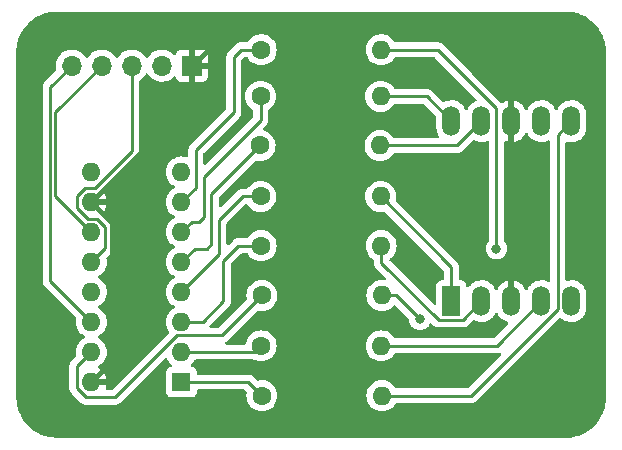
<source format=gbr>
%TF.GenerationSoftware,KiCad,Pcbnew,(6.0.4)*%
%TF.CreationDate,2022-05-25T21:12:10+01:00*%
%TF.ProjectId,7SegmentDB,37536567-6d65-46e7-9444-422e6b696361,V1.0*%
%TF.SameCoordinates,Original*%
%TF.FileFunction,Copper,L1,Top*%
%TF.FilePolarity,Positive*%
%FSLAX46Y46*%
G04 Gerber Fmt 4.6, Leading zero omitted, Abs format (unit mm)*
G04 Created by KiCad (PCBNEW (6.0.4)) date 2022-05-25 21:12:10*
%MOMM*%
%LPD*%
G01*
G04 APERTURE LIST*
%TA.AperFunction,ComponentPad*%
%ADD10R,1.524000X2.524000*%
%TD*%
%TA.AperFunction,ComponentPad*%
%ADD11O,1.524000X2.524000*%
%TD*%
%TA.AperFunction,ComponentPad*%
%ADD12C,1.600000*%
%TD*%
%TA.AperFunction,ComponentPad*%
%ADD13O,1.600000X1.600000*%
%TD*%
%TA.AperFunction,ComponentPad*%
%ADD14R,1.700000X1.700000*%
%TD*%
%TA.AperFunction,ComponentPad*%
%ADD15O,1.700000X1.700000*%
%TD*%
%TA.AperFunction,ComponentPad*%
%ADD16R,1.600000X1.600000*%
%TD*%
%TA.AperFunction,ViaPad*%
%ADD17C,0.800000*%
%TD*%
%TA.AperFunction,Conductor*%
%ADD18C,0.400000*%
%TD*%
%TA.AperFunction,Conductor*%
%ADD19C,0.250000*%
%TD*%
G04 APERTURE END LIST*
D10*
%TO.P,U2,1,E*%
%TO.N,Net-(R4-Pad2)*%
X157988000Y-101219000D03*
D11*
%TO.P,U2,2,D*%
%TO.N,Net-(R5-Pad2)*%
X160528000Y-101219000D03*
%TO.P,U2,3,CA*%
%TO.N,VCC*%
X163068000Y-101219000D03*
%TO.P,U2,4,C*%
%TO.N,Net-(R6-Pad2)*%
X165608000Y-101219000D03*
%TO.P,U2,5,DP*%
%TO.N,Net-(R1-Pad2)*%
X168148000Y-101219000D03*
%TO.P,U2,6,B*%
%TO.N,Net-(R7-Pad2)*%
X168148000Y-85979000D03*
%TO.P,U2,7,A*%
%TO.N,Net-(R8-Pad2)*%
X165608000Y-85979000D03*
%TO.P,U2,8,CA*%
%TO.N,VCC*%
X163068000Y-85979000D03*
%TO.P,U2,9,F*%
%TO.N,Net-(R3-Pad2)*%
X160528000Y-85979000D03*
%TO.P,U2,10,G*%
%TO.N,Net-(R2-Pad2)*%
X157988000Y-85979000D03*
%TD*%
D12*
%TO.P,R3,1*%
%TO.N,/SIG6*%
X141782800Y-88036400D03*
D13*
%TO.P,R3,2*%
%TO.N,Net-(R3-Pad2)*%
X151942800Y-88036400D03*
%TD*%
D12*
%TO.P,R1,1*%
%TO.N,/SIG8*%
X141884400Y-79933800D03*
D13*
%TO.P,R1,2*%
%TO.N,Net-(R1-Pad2)*%
X152044400Y-79933800D03*
%TD*%
D12*
%TO.P,R6,1*%
%TO.N,/SIG3*%
X141884400Y-105003600D03*
D13*
%TO.P,R6,2*%
%TO.N,Net-(R6-Pad2)*%
X152044400Y-105003600D03*
%TD*%
D12*
%TO.P,R5,1*%
%TO.N,/SIG4*%
X141884400Y-96520000D03*
D13*
%TO.P,R5,2*%
%TO.N,Net-(R5-Pad2)*%
X152044400Y-96520000D03*
%TD*%
D12*
%TO.P,R7,1*%
%TO.N,/SIG2*%
X141935200Y-109220000D03*
D13*
%TO.P,R7,2*%
%TO.N,Net-(R7-Pad2)*%
X152095200Y-109220000D03*
%TD*%
D14*
%TO.P,J1,1,Pin_1*%
%TO.N,VCC*%
X136012000Y-81280000D03*
D15*
%TO.P,J1,2,Pin_2*%
%TO.N,GND*%
X133472000Y-81280000D03*
%TO.P,J1,3,Pin_3*%
%TO.N,/LATCH*%
X130932000Y-81280000D03*
%TO.P,J1,4,Pin_4*%
%TO.N,/CLOCK*%
X128392000Y-81280000D03*
%TO.P,J1,5,Pin_5*%
%TO.N,/DATA*%
X125852000Y-81280000D03*
%TD*%
D12*
%TO.P,R8,1*%
%TO.N,/SIG1*%
X141935200Y-100736400D03*
D13*
%TO.P,R8,2*%
%TO.N,Net-(R8-Pad2)*%
X152095200Y-100736400D03*
%TD*%
D12*
%TO.P,R4,1*%
%TO.N,/SIG5*%
X141833600Y-92354400D03*
D13*
%TO.P,R4,2*%
%TO.N,Net-(R4-Pad2)*%
X151993600Y-92354400D03*
%TD*%
D16*
%TO.P,U1,1,QB*%
%TO.N,/SIG2*%
X135118000Y-108062000D03*
D13*
%TO.P,U1,2,QC*%
%TO.N,/SIG3*%
X135118000Y-105522000D03*
%TO.P,U1,3,QD*%
%TO.N,/SIG4*%
X135118000Y-102982000D03*
%TO.P,U1,4,QE*%
%TO.N,/SIG5*%
X135118000Y-100442000D03*
%TO.P,U1,5,QF*%
%TO.N,/SIG6*%
X135118000Y-97902000D03*
%TO.P,U1,6,QG*%
%TO.N,/SIG7*%
X135118000Y-95362000D03*
%TO.P,U1,7,QH*%
%TO.N,/SIG8*%
X135118000Y-92822000D03*
%TO.P,U1,8,GND*%
%TO.N,GND*%
X135118000Y-90282000D03*
%TO.P,U1,9,QH'*%
%TO.N,unconnected-(U1-Pad9)*%
X127498000Y-90282000D03*
%TO.P,U1,10,~{SRCLR}*%
%TO.N,VCC*%
X127498000Y-92822000D03*
%TO.P,U1,11,SRCLK*%
%TO.N,/CLOCK*%
X127498000Y-95362000D03*
%TO.P,U1,12,RCLK*%
%TO.N,/LATCH*%
X127498000Y-97902000D03*
%TO.P,U1,13,~{OE}*%
%TO.N,GND*%
X127498000Y-100442000D03*
%TO.P,U1,14,SER*%
%TO.N,/DATA*%
X127498000Y-102982000D03*
%TO.P,U1,15,QA*%
%TO.N,/SIG1*%
X127498000Y-105522000D03*
%TO.P,U1,16,VCC*%
%TO.N,VCC*%
X127498000Y-108062000D03*
%TD*%
D12*
%TO.P,R2,1*%
%TO.N,/SIG7*%
X141833600Y-83870800D03*
D13*
%TO.P,R2,2*%
%TO.N,Net-(R2-Pad2)*%
X151993600Y-83870800D03*
%TD*%
D17*
%TO.N,Net-(R1-Pad2)*%
X161798000Y-96774000D03*
%TO.N,Net-(R8-Pad2)*%
X155321000Y-102743000D03*
%TD*%
D18*
%TO.N,VCC*%
X163068000Y-85979000D02*
X163068000Y-101219000D01*
D19*
%TO.N,Net-(R1-Pad2)*%
X161798000Y-84904048D02*
X161798000Y-96774000D01*
X156827752Y-79933800D02*
X161798000Y-84904048D01*
X152044400Y-79933800D02*
X156827752Y-79933800D01*
%TO.N,Net-(R3-Pad2)*%
X151942800Y-88036400D02*
X158470600Y-88036400D01*
X158470600Y-88036400D02*
X160528000Y-85979000D01*
%TO.N,Net-(R2-Pad2)*%
X155879800Y-83870800D02*
X157988000Y-85979000D01*
X151993600Y-83870800D02*
X155879800Y-83870800D01*
%TO.N,Net-(R8-Pad2)*%
X153314400Y-100736400D02*
X155321000Y-102743000D01*
X152095200Y-100736400D02*
X153314400Y-100736400D01*
%TO.N,Net-(R7-Pad2)*%
X167005000Y-101858571D02*
X167005000Y-87122000D01*
X167005000Y-87122000D02*
X168148000Y-85979000D01*
X159643571Y-109220000D02*
X167005000Y-101858571D01*
X152095200Y-109220000D02*
X159643571Y-109220000D01*
%TO.N,Net-(R6-Pad2)*%
X161823400Y-105003600D02*
X165608000Y-101219000D01*
X152044400Y-105003600D02*
X161823400Y-105003600D01*
%TO.N,Net-(R5-Pad2)*%
X158941489Y-102805511D02*
X160528000Y-101219000D01*
X156901489Y-102805511D02*
X158941489Y-102805511D01*
X152044400Y-97948422D02*
X156901489Y-102805511D01*
X152044400Y-96520000D02*
X152044400Y-97948422D01*
%TO.N,Net-(R4-Pad2)*%
X157988000Y-98348800D02*
X157988000Y-101219000D01*
X151993600Y-92354400D02*
X157988000Y-98348800D01*
D18*
%TO.N,VCC*%
X163068000Y-82677000D02*
X163068000Y-85979000D01*
X157861000Y-77470000D02*
X163068000Y-82677000D01*
X139822000Y-77470000D02*
X157861000Y-77470000D01*
X136012000Y-81280000D02*
X139822000Y-77470000D01*
D19*
%TO.N,/SIG8*%
X140157200Y-79933800D02*
X141884400Y-79933800D01*
X136342511Y-88447489D02*
X139573000Y-85217000D01*
X139573000Y-85217000D02*
X139573000Y-80518000D01*
X139573000Y-80518000D02*
X140157200Y-79933800D01*
X136342511Y-91597489D02*
X136342511Y-88447489D01*
X135118000Y-92822000D02*
X136342511Y-91597489D01*
%TO.N,/SIG7*%
X141833600Y-85877400D02*
X141833600Y-83870800D01*
X137033000Y-90678000D02*
X141833600Y-85877400D01*
X137033000Y-94107000D02*
X137033000Y-90678000D01*
X136652000Y-94488000D02*
X137033000Y-94107000D01*
X135118000Y-95362000D02*
X135992000Y-94488000D01*
X135992000Y-94488000D02*
X136652000Y-94488000D01*
%TO.N,/SIG6*%
X137668000Y-92151200D02*
X141782800Y-88036400D01*
X137668000Y-96393000D02*
X137668000Y-92151200D01*
X137287000Y-96774000D02*
X137668000Y-96393000D01*
X136246000Y-96774000D02*
X137287000Y-96774000D01*
X135118000Y-97902000D02*
X136246000Y-96774000D01*
%TO.N,/SIG5*%
X140309600Y-92354400D02*
X141833600Y-92354400D01*
X138303000Y-94361000D02*
X140309600Y-92354400D01*
X138303000Y-97257000D02*
X138303000Y-94361000D01*
X135118000Y-100442000D02*
X138303000Y-97257000D01*
%TO.N,/SIG4*%
X139954000Y-96520000D02*
X141884400Y-96520000D01*
X138684000Y-101219000D02*
X138684000Y-97790000D01*
X138684000Y-97790000D02*
X139954000Y-96520000D01*
X136921000Y-102982000D02*
X138684000Y-101219000D01*
X135118000Y-102982000D02*
X136921000Y-102982000D01*
%TO.N,/SIG1*%
X138565089Y-104106511D02*
X141935200Y-100736400D01*
X134780489Y-104106511D02*
X138565089Y-104106511D01*
X129540000Y-109347000D02*
X134780489Y-104106511D01*
X126273489Y-108569210D02*
X127051279Y-109347000D01*
X126273489Y-106746511D02*
X126273489Y-108569210D01*
X127051279Y-109347000D02*
X129540000Y-109347000D01*
X127498000Y-105522000D02*
X126273489Y-106746511D01*
%TO.N,/SIG3*%
X141366000Y-105522000D02*
X141884400Y-105003600D01*
X135118000Y-105522000D02*
X141366000Y-105522000D01*
%TO.N,/SIG2*%
X140777200Y-108062000D02*
X141935200Y-109220000D01*
X135118000Y-108062000D02*
X140777200Y-108062000D01*
D18*
%TO.N,VCC*%
X129275520Y-94599520D02*
X129275520Y-106284480D01*
X129275520Y-106284480D02*
X127498000Y-108062000D01*
X127498000Y-92822000D02*
X129275520Y-94599520D01*
D19*
%TO.N,/DATA*%
X124010480Y-99494480D02*
X127498000Y-102982000D01*
X124010480Y-83121520D02*
X124010480Y-99494480D01*
X125852000Y-81280000D02*
X124010480Y-83121520D01*
%TO.N,/LATCH*%
X128651000Y-94924700D02*
X128651000Y-96749000D01*
X128651000Y-96749000D02*
X127498000Y-97902000D01*
X127960300Y-94234000D02*
X128651000Y-94924700D01*
X127178279Y-94234000D02*
X127960300Y-94234000D01*
X126273489Y-93329210D02*
X127178279Y-94234000D01*
X126273489Y-92314790D02*
X126273489Y-93329210D01*
X126990790Y-91597489D02*
X126273489Y-92314790D01*
X127839307Y-91597489D02*
X126990790Y-91597489D01*
X130932000Y-88504796D02*
X127839307Y-91597489D01*
X130932000Y-81280000D02*
X130932000Y-88504796D01*
D18*
%TO.N,VCC*%
X136012000Y-84308000D02*
X127498000Y-92822000D01*
X136012000Y-81280000D02*
X136012000Y-84308000D01*
D19*
%TO.N,/CLOCK*%
X124460000Y-92324000D02*
X127498000Y-95362000D01*
X124460000Y-85212000D02*
X124460000Y-92324000D01*
X128392000Y-81280000D02*
X124460000Y-85212000D01*
%TD*%
%TA.AperFunction,Conductor*%
%TO.N,VCC*%
G36*
X167620205Y-76699890D02*
G01*
X167643842Y-76703570D01*
X167652745Y-76702406D01*
X167652747Y-76702406D01*
X167663196Y-76701040D01*
X167685712Y-76700128D01*
X167979989Y-76714586D01*
X167992289Y-76715798D01*
X168312868Y-76763353D01*
X168324979Y-76765761D01*
X168545852Y-76821088D01*
X168639361Y-76844511D01*
X168651191Y-76848100D01*
X168679421Y-76858201D01*
X168956320Y-76957278D01*
X168967743Y-76962010D01*
X169260697Y-77100568D01*
X169271602Y-77106396D01*
X169549582Y-77273012D01*
X169559863Y-77279882D01*
X169820154Y-77472927D01*
X169829712Y-77480771D01*
X170069843Y-77698413D01*
X170078587Y-77707157D01*
X170296229Y-77947288D01*
X170304073Y-77956846D01*
X170497118Y-78217137D01*
X170503988Y-78227418D01*
X170670604Y-78505398D01*
X170676432Y-78516303D01*
X170814990Y-78809257D01*
X170819722Y-78820680D01*
X170928899Y-79125806D01*
X170932489Y-79137639D01*
X170955912Y-79231148D01*
X171011120Y-79451545D01*
X171011237Y-79452013D01*
X171013647Y-79464132D01*
X171048695Y-79700398D01*
X171061202Y-79784708D01*
X171062414Y-79797010D01*
X171076104Y-80075651D01*
X171076510Y-80083918D01*
X171075162Y-80109478D01*
X171073430Y-80120606D01*
X171076579Y-80144683D01*
X171077557Y-80152165D01*
X171078621Y-80168503D01*
X171078621Y-109307752D01*
X171077121Y-109327138D01*
X171075006Y-109340724D01*
X171073430Y-109350842D01*
X171074594Y-109359745D01*
X171074594Y-109359747D01*
X171075960Y-109370196D01*
X171076872Y-109392712D01*
X171063286Y-109669243D01*
X171062414Y-109686986D01*
X171061202Y-109699289D01*
X171015150Y-110009742D01*
X171013649Y-110019860D01*
X171011239Y-110031979D01*
X170955912Y-110252852D01*
X170932489Y-110346361D01*
X170928900Y-110358191D01*
X170823342Y-110653202D01*
X170819722Y-110663320D01*
X170814990Y-110674743D01*
X170676432Y-110967697D01*
X170670604Y-110978602D01*
X170503988Y-111256582D01*
X170497118Y-111266863D01*
X170304073Y-111527154D01*
X170296229Y-111536712D01*
X170078587Y-111776843D01*
X170069843Y-111785587D01*
X169829712Y-112003229D01*
X169820154Y-112011073D01*
X169559863Y-112204118D01*
X169549582Y-112210988D01*
X169271602Y-112377604D01*
X169260697Y-112383432D01*
X168967743Y-112521990D01*
X168956321Y-112526722D01*
X168679458Y-112625786D01*
X168651194Y-112635899D01*
X168639361Y-112639489D01*
X168545852Y-112662912D01*
X168324979Y-112718239D01*
X168312868Y-112720647D01*
X167992289Y-112768202D01*
X167979990Y-112769414D01*
X167693078Y-112783510D01*
X167667522Y-112782162D01*
X167656394Y-112780430D01*
X167633194Y-112783464D01*
X167624911Y-112784547D01*
X167608543Y-112785611D01*
X124636409Y-112775511D01*
X124617055Y-112774011D01*
X124602151Y-112771690D01*
X124602144Y-112771690D01*
X124593276Y-112770309D01*
X124573921Y-112772840D01*
X124551406Y-112773752D01*
X124257124Y-112759294D01*
X124244830Y-112758084D01*
X123924249Y-112710529D01*
X123912143Y-112708122D01*
X123597765Y-112629375D01*
X123585935Y-112625786D01*
X123280798Y-112516606D01*
X123269374Y-112511874D01*
X122985483Y-112377604D01*
X122976406Y-112373311D01*
X122965505Y-112367484D01*
X122687533Y-112200874D01*
X122677258Y-112194008D01*
X122416951Y-112000951D01*
X122407397Y-111993109D01*
X122167271Y-111775473D01*
X122158527Y-111766729D01*
X121940891Y-111526603D01*
X121933047Y-111517046D01*
X121739992Y-111256742D01*
X121733126Y-111246467D01*
X121566516Y-110968495D01*
X121560687Y-110957590D01*
X121518740Y-110868899D01*
X121422126Y-110664626D01*
X121417394Y-110653202D01*
X121308214Y-110348065D01*
X121304625Y-110336233D01*
X121277063Y-110226198D01*
X121225878Y-110021857D01*
X121223469Y-110009742D01*
X121219832Y-109985220D01*
X121175916Y-109689170D01*
X121174705Y-109676869D01*
X121174331Y-109669243D01*
X121163466Y-109448087D01*
X121160794Y-109393698D01*
X121162388Y-109366613D01*
X121162768Y-109364356D01*
X121162768Y-109364351D01*
X121163576Y-109359552D01*
X121163729Y-109347000D01*
X121159757Y-109319262D01*
X121158485Y-109301445D01*
X121149406Y-83101463D01*
X123372260Y-83101463D01*
X123373006Y-83109355D01*
X123376421Y-83145481D01*
X123376980Y-83157339D01*
X123376980Y-99415713D01*
X123376453Y-99426896D01*
X123374778Y-99434389D01*
X123375027Y-99442315D01*
X123375027Y-99442316D01*
X123376918Y-99502466D01*
X123376980Y-99506425D01*
X123376980Y-99534336D01*
X123377477Y-99538270D01*
X123377477Y-99538271D01*
X123377485Y-99538336D01*
X123378418Y-99550173D01*
X123379807Y-99594369D01*
X123385458Y-99613819D01*
X123389467Y-99633180D01*
X123390250Y-99639374D01*
X123392006Y-99653277D01*
X123394925Y-99660648D01*
X123394925Y-99660650D01*
X123408284Y-99694392D01*
X123412129Y-99705622D01*
X123424462Y-99748073D01*
X123428495Y-99754892D01*
X123428497Y-99754897D01*
X123434773Y-99765508D01*
X123443468Y-99783256D01*
X123450928Y-99802097D01*
X123455590Y-99808513D01*
X123455590Y-99808514D01*
X123476916Y-99837867D01*
X123483432Y-99847787D01*
X123505938Y-99885842D01*
X123520259Y-99900163D01*
X123533099Y-99915196D01*
X123545008Y-99931587D01*
X123559904Y-99943910D01*
X123579085Y-99959778D01*
X123587864Y-99967768D01*
X126188848Y-102568752D01*
X126222874Y-102631064D01*
X126221459Y-102690459D01*
X126205882Y-102748591D01*
X126205881Y-102748598D01*
X126204457Y-102753913D01*
X126184502Y-102982000D01*
X126204457Y-103210087D01*
X126205881Y-103215400D01*
X126205881Y-103215402D01*
X126262207Y-103425610D01*
X126263716Y-103431243D01*
X126266039Y-103436224D01*
X126266039Y-103436225D01*
X126358151Y-103633762D01*
X126358154Y-103633767D01*
X126360477Y-103638749D01*
X126491802Y-103826300D01*
X126653700Y-103988198D01*
X126658208Y-103991355D01*
X126658211Y-103991357D01*
X126672410Y-104001299D01*
X126841251Y-104119523D01*
X126846233Y-104121846D01*
X126846238Y-104121849D01*
X126880457Y-104137805D01*
X126933742Y-104184722D01*
X126953203Y-104252999D01*
X126932661Y-104320959D01*
X126880457Y-104366195D01*
X126846238Y-104382151D01*
X126846233Y-104382154D01*
X126841251Y-104384477D01*
X126736389Y-104457902D01*
X126658211Y-104512643D01*
X126658208Y-104512645D01*
X126653700Y-104515802D01*
X126491802Y-104677700D01*
X126488645Y-104682208D01*
X126488643Y-104682211D01*
X126456044Y-104728767D01*
X126360477Y-104865251D01*
X126358154Y-104870233D01*
X126358151Y-104870238D01*
X126298517Y-104998125D01*
X126263716Y-105072757D01*
X126262294Y-105078065D01*
X126262293Y-105078067D01*
X126219706Y-105237002D01*
X126204457Y-105293913D01*
X126184502Y-105522000D01*
X126204457Y-105750087D01*
X126205879Y-105755392D01*
X126205881Y-105755406D01*
X126221459Y-105813539D01*
X126219771Y-105884516D01*
X126188848Y-105935248D01*
X125986129Y-106137966D01*
X125881231Y-106242864D01*
X125872952Y-106250398D01*
X125866471Y-106254511D01*
X125819846Y-106304162D01*
X125817091Y-106307004D01*
X125797354Y-106326741D01*
X125794874Y-106329938D01*
X125787171Y-106338958D01*
X125756903Y-106371190D01*
X125753084Y-106378136D01*
X125753082Y-106378139D01*
X125747141Y-106388945D01*
X125736290Y-106405464D01*
X125723875Y-106421470D01*
X125720730Y-106428739D01*
X125720727Y-106428743D01*
X125706315Y-106462048D01*
X125701098Y-106472698D01*
X125679794Y-106511451D01*
X125677823Y-106519126D01*
X125677823Y-106519127D01*
X125674756Y-106531073D01*
X125668352Y-106549777D01*
X125660308Y-106568366D01*
X125659069Y-106576189D01*
X125659066Y-106576199D01*
X125653390Y-106612035D01*
X125650984Y-106623655D01*
X125639989Y-106666481D01*
X125639989Y-106686735D01*
X125638438Y-106706445D01*
X125635269Y-106726454D01*
X125636015Y-106734346D01*
X125639430Y-106770472D01*
X125639989Y-106782330D01*
X125639989Y-108490443D01*
X125639462Y-108501626D01*
X125637787Y-108509119D01*
X125638036Y-108517045D01*
X125638036Y-108517046D01*
X125639927Y-108577196D01*
X125639989Y-108581155D01*
X125639989Y-108609066D01*
X125640486Y-108613000D01*
X125640486Y-108613001D01*
X125640494Y-108613066D01*
X125641427Y-108624903D01*
X125642816Y-108669099D01*
X125648467Y-108688549D01*
X125652476Y-108707910D01*
X125652819Y-108710621D01*
X125655015Y-108728007D01*
X125657934Y-108735378D01*
X125657934Y-108735380D01*
X125671293Y-108769122D01*
X125675138Y-108780352D01*
X125687471Y-108822803D01*
X125691504Y-108829622D01*
X125691506Y-108829627D01*
X125697782Y-108840238D01*
X125706477Y-108857986D01*
X125713937Y-108876827D01*
X125718599Y-108883243D01*
X125718599Y-108883244D01*
X125739925Y-108912597D01*
X125746441Y-108922517D01*
X125768947Y-108960572D01*
X125783268Y-108974893D01*
X125796108Y-108989926D01*
X125808017Y-109006317D01*
X125814123Y-109011368D01*
X125842094Y-109034508D01*
X125850873Y-109042498D01*
X126547622Y-109739247D01*
X126555166Y-109747537D01*
X126559279Y-109754018D01*
X126565056Y-109759443D01*
X126608946Y-109800658D01*
X126611788Y-109803413D01*
X126631509Y-109823134D01*
X126634704Y-109825612D01*
X126643726Y-109833318D01*
X126675958Y-109863586D01*
X126682907Y-109867406D01*
X126693711Y-109873346D01*
X126710235Y-109884199D01*
X126726238Y-109896613D01*
X126766822Y-109914176D01*
X126777452Y-109919383D01*
X126816219Y-109940695D01*
X126823896Y-109942666D01*
X126823901Y-109942668D01*
X126835837Y-109945732D01*
X126854545Y-109952137D01*
X126873134Y-109960181D01*
X126880962Y-109961421D01*
X126880969Y-109961423D01*
X126916803Y-109967099D01*
X126928423Y-109969505D01*
X126960238Y-109977673D01*
X126971249Y-109980500D01*
X126991503Y-109980500D01*
X127011213Y-109982051D01*
X127031222Y-109985220D01*
X127039114Y-109984474D01*
X127057859Y-109982702D01*
X127075241Y-109981059D01*
X127087098Y-109980500D01*
X129461233Y-109980500D01*
X129472416Y-109981027D01*
X129479909Y-109982702D01*
X129487835Y-109982453D01*
X129487836Y-109982453D01*
X129547986Y-109980562D01*
X129551945Y-109980500D01*
X129579856Y-109980500D01*
X129583791Y-109980003D01*
X129583856Y-109979995D01*
X129595693Y-109979062D01*
X129627951Y-109978048D01*
X129631970Y-109977922D01*
X129639889Y-109977673D01*
X129659343Y-109972021D01*
X129678700Y-109968013D01*
X129690930Y-109966468D01*
X129690931Y-109966468D01*
X129698797Y-109965474D01*
X129706168Y-109962555D01*
X129706170Y-109962555D01*
X129739912Y-109949196D01*
X129751142Y-109945351D01*
X129785983Y-109935229D01*
X129785984Y-109935229D01*
X129793593Y-109933018D01*
X129800412Y-109928985D01*
X129800417Y-109928983D01*
X129811028Y-109922707D01*
X129828776Y-109914012D01*
X129847617Y-109906552D01*
X129867987Y-109891753D01*
X129883387Y-109880564D01*
X129893307Y-109874048D01*
X129924535Y-109855580D01*
X129924538Y-109855578D01*
X129931362Y-109851542D01*
X129945683Y-109837221D01*
X129960717Y-109824380D01*
X129963723Y-109822196D01*
X129977107Y-109812472D01*
X130005298Y-109778395D01*
X130013288Y-109769616D01*
X133733560Y-106049344D01*
X133795872Y-106015318D01*
X133866687Y-106020383D01*
X133923523Y-106062930D01*
X133936850Y-106085190D01*
X133978149Y-106173758D01*
X133978153Y-106173764D01*
X133980477Y-106178749D01*
X134021884Y-106237884D01*
X134062381Y-106295719D01*
X134111802Y-106366300D01*
X134273700Y-106528198D01*
X134278211Y-106531357D01*
X134282424Y-106534892D01*
X134281473Y-106536026D01*
X134321471Y-106586071D01*
X134328776Y-106656690D01*
X134296742Y-106720049D01*
X134235538Y-106756030D01*
X134218483Y-106759082D01*
X134207684Y-106760255D01*
X134071295Y-106811385D01*
X133954739Y-106898739D01*
X133867385Y-107015295D01*
X133816255Y-107151684D01*
X133809500Y-107213866D01*
X133809500Y-108910134D01*
X133816255Y-108972316D01*
X133867385Y-109108705D01*
X133954739Y-109225261D01*
X134071295Y-109312615D01*
X134207684Y-109363745D01*
X134269866Y-109370500D01*
X135966134Y-109370500D01*
X136028316Y-109363745D01*
X136164705Y-109312615D01*
X136281261Y-109225261D01*
X136368615Y-109108705D01*
X136419745Y-108972316D01*
X136426500Y-108910134D01*
X136426500Y-108821500D01*
X136446502Y-108753379D01*
X136500158Y-108706886D01*
X136552500Y-108695500D01*
X140462606Y-108695500D01*
X140530727Y-108715502D01*
X140551701Y-108732405D01*
X140626048Y-108806752D01*
X140660074Y-108869064D01*
X140658659Y-108928459D01*
X140643082Y-108986591D01*
X140643081Y-108986598D01*
X140641657Y-108991913D01*
X140621702Y-109220000D01*
X140641657Y-109448087D01*
X140643081Y-109453400D01*
X140643081Y-109453402D01*
X140696134Y-109651395D01*
X140700916Y-109669243D01*
X140703239Y-109674224D01*
X140703239Y-109674225D01*
X140795351Y-109871762D01*
X140795354Y-109871767D01*
X140797677Y-109876749D01*
X140929002Y-110064300D01*
X141090900Y-110226198D01*
X141095408Y-110229355D01*
X141095411Y-110229357D01*
X141173589Y-110284098D01*
X141278451Y-110357523D01*
X141283433Y-110359846D01*
X141283438Y-110359849D01*
X141480975Y-110451961D01*
X141485957Y-110454284D01*
X141491265Y-110455706D01*
X141491267Y-110455707D01*
X141701798Y-110512119D01*
X141701800Y-110512119D01*
X141707113Y-110513543D01*
X141935200Y-110533498D01*
X142163287Y-110513543D01*
X142168600Y-110512119D01*
X142168602Y-110512119D01*
X142379133Y-110455707D01*
X142379135Y-110455706D01*
X142384443Y-110454284D01*
X142389425Y-110451961D01*
X142586962Y-110359849D01*
X142586967Y-110359846D01*
X142591949Y-110357523D01*
X142696811Y-110284098D01*
X142774989Y-110229357D01*
X142774992Y-110229355D01*
X142779500Y-110226198D01*
X142941398Y-110064300D01*
X143072723Y-109876749D01*
X143075046Y-109871767D01*
X143075049Y-109871762D01*
X143167161Y-109674225D01*
X143167161Y-109674224D01*
X143169484Y-109669243D01*
X143174267Y-109651395D01*
X143227319Y-109453402D01*
X143227319Y-109453400D01*
X143228743Y-109448087D01*
X143248698Y-109220000D01*
X143228743Y-108991913D01*
X143225475Y-108979715D01*
X143170907Y-108776067D01*
X143170906Y-108776065D01*
X143169484Y-108770757D01*
X143151600Y-108732405D01*
X143075049Y-108568238D01*
X143075046Y-108568233D01*
X143072723Y-108563251D01*
X142941398Y-108375700D01*
X142779500Y-108213802D01*
X142774992Y-108210645D01*
X142774989Y-108210643D01*
X142696811Y-108155902D01*
X142591949Y-108082477D01*
X142586967Y-108080154D01*
X142586962Y-108080151D01*
X142389425Y-107988039D01*
X142389424Y-107988039D01*
X142384443Y-107985716D01*
X142379135Y-107984294D01*
X142379133Y-107984293D01*
X142168602Y-107927881D01*
X142168600Y-107927881D01*
X142163287Y-107926457D01*
X141935200Y-107906502D01*
X141707113Y-107926457D01*
X141643658Y-107943460D01*
X141572682Y-107941770D01*
X141521953Y-107910848D01*
X141280852Y-107669747D01*
X141273312Y-107661461D01*
X141269200Y-107654982D01*
X141219548Y-107608356D01*
X141216707Y-107605602D01*
X141196970Y-107585865D01*
X141193773Y-107583385D01*
X141184751Y-107575680D01*
X141158300Y-107550841D01*
X141152521Y-107545414D01*
X141145575Y-107541595D01*
X141145572Y-107541593D01*
X141134766Y-107535652D01*
X141118247Y-107524801D01*
X141117783Y-107524441D01*
X141102241Y-107512386D01*
X141094972Y-107509241D01*
X141094968Y-107509238D01*
X141061663Y-107494826D01*
X141051013Y-107489609D01*
X141012260Y-107468305D01*
X140992637Y-107463267D01*
X140973934Y-107456863D01*
X140962620Y-107451967D01*
X140962619Y-107451967D01*
X140955345Y-107448819D01*
X140947522Y-107447580D01*
X140947512Y-107447577D01*
X140911676Y-107441901D01*
X140900056Y-107439495D01*
X140864911Y-107430472D01*
X140864910Y-107430472D01*
X140857230Y-107428500D01*
X140836976Y-107428500D01*
X140817265Y-107426949D01*
X140805086Y-107425020D01*
X140797257Y-107423780D01*
X140789365Y-107424526D01*
X140753239Y-107427941D01*
X140741381Y-107428500D01*
X136552500Y-107428500D01*
X136484379Y-107408498D01*
X136437886Y-107354842D01*
X136426500Y-107302500D01*
X136426500Y-107213866D01*
X136419745Y-107151684D01*
X136368615Y-107015295D01*
X136281261Y-106898739D01*
X136164705Y-106811385D01*
X136028316Y-106760255D01*
X136017526Y-106759083D01*
X136015394Y-106758197D01*
X136012778Y-106757575D01*
X136012879Y-106757152D01*
X135951965Y-106731845D01*
X135911537Y-106673483D01*
X135909078Y-106602529D01*
X135945371Y-106541510D01*
X135954031Y-106534511D01*
X135957793Y-106531354D01*
X135962300Y-106528198D01*
X136124198Y-106366300D01*
X136172287Y-106297622D01*
X136234181Y-106209229D01*
X136289638Y-106164901D01*
X136337394Y-106155500D01*
X141230549Y-106155500D01*
X141283799Y-106167305D01*
X141435157Y-106237884D01*
X141440465Y-106239306D01*
X141440467Y-106239307D01*
X141650998Y-106295719D01*
X141651000Y-106295719D01*
X141656313Y-106297143D01*
X141884400Y-106317098D01*
X142112487Y-106297143D01*
X142117800Y-106295719D01*
X142117802Y-106295719D01*
X142328333Y-106239307D01*
X142328335Y-106239306D01*
X142333643Y-106237884D01*
X142338625Y-106235561D01*
X142536162Y-106143449D01*
X142536167Y-106143446D01*
X142541149Y-106141123D01*
X142672223Y-106049344D01*
X142724189Y-106012957D01*
X142724192Y-106012955D01*
X142728700Y-106009798D01*
X142890598Y-105847900D01*
X142914253Y-105814118D01*
X142997111Y-105695784D01*
X143021923Y-105660349D01*
X143024246Y-105655367D01*
X143024249Y-105655362D01*
X143116361Y-105457825D01*
X143116361Y-105457824D01*
X143118684Y-105452843D01*
X143124691Y-105430427D01*
X143176519Y-105237002D01*
X143176519Y-105237000D01*
X143177943Y-105231687D01*
X143197898Y-105003600D01*
X143177943Y-104775513D01*
X143167673Y-104737184D01*
X143120107Y-104559667D01*
X143120106Y-104559665D01*
X143118684Y-104554357D01*
X143099233Y-104512643D01*
X143024249Y-104351838D01*
X143024246Y-104351833D01*
X143021923Y-104346851D01*
X142890598Y-104159300D01*
X142728700Y-103997402D01*
X142724192Y-103994245D01*
X142724189Y-103994243D01*
X142635624Y-103932229D01*
X142541149Y-103866077D01*
X142536167Y-103863754D01*
X142536162Y-103863751D01*
X142338625Y-103771639D01*
X142338624Y-103771639D01*
X142333643Y-103769316D01*
X142328335Y-103767894D01*
X142328333Y-103767893D01*
X142117802Y-103711481D01*
X142117800Y-103711481D01*
X142112487Y-103710057D01*
X141884400Y-103690102D01*
X141656313Y-103710057D01*
X141651000Y-103711481D01*
X141650998Y-103711481D01*
X141440467Y-103767893D01*
X141440465Y-103767894D01*
X141435157Y-103769316D01*
X141430176Y-103771639D01*
X141430175Y-103771639D01*
X141232638Y-103863751D01*
X141232633Y-103863754D01*
X141227651Y-103866077D01*
X141133176Y-103932229D01*
X141044611Y-103994243D01*
X141044608Y-103994245D01*
X141040100Y-103997402D01*
X140878202Y-104159300D01*
X140746877Y-104346851D01*
X140744554Y-104351833D01*
X140744551Y-104351838D01*
X140669567Y-104512643D01*
X140650116Y-104554357D01*
X140590857Y-104775513D01*
X140590378Y-104780984D01*
X140589779Y-104784382D01*
X140558251Y-104847994D01*
X140497337Y-104884462D01*
X140465694Y-104888500D01*
X138954336Y-104888500D01*
X138886215Y-104868498D01*
X138839722Y-104814842D01*
X138829618Y-104744568D01*
X138859112Y-104679988D01*
X138880276Y-104660563D01*
X138908476Y-104640075D01*
X138918396Y-104633559D01*
X138949624Y-104615091D01*
X138949627Y-104615089D01*
X138956451Y-104611053D01*
X138970772Y-104596732D01*
X138985806Y-104583891D01*
X138995783Y-104576642D01*
X139002196Y-104571983D01*
X139030387Y-104537906D01*
X139038377Y-104529127D01*
X141521952Y-102045552D01*
X141584264Y-102011526D01*
X141643659Y-102012941D01*
X141701791Y-102028518D01*
X141701802Y-102028520D01*
X141707113Y-102029943D01*
X141935200Y-102049898D01*
X142163287Y-102029943D01*
X142168600Y-102028519D01*
X142168602Y-102028519D01*
X142379133Y-101972107D01*
X142379135Y-101972106D01*
X142384443Y-101970684D01*
X142389425Y-101968361D01*
X142586962Y-101876249D01*
X142586967Y-101876246D01*
X142591949Y-101873923D01*
X142772191Y-101747716D01*
X142774989Y-101745757D01*
X142774992Y-101745755D01*
X142779500Y-101742598D01*
X142941398Y-101580700D01*
X142950376Y-101567879D01*
X143007867Y-101485772D01*
X143072723Y-101393149D01*
X143075046Y-101388167D01*
X143075049Y-101388162D01*
X143167161Y-101190625D01*
X143167161Y-101190624D01*
X143169484Y-101185643D01*
X143191560Y-101103257D01*
X143227319Y-100969802D01*
X143227319Y-100969800D01*
X143228743Y-100964487D01*
X143248698Y-100736400D01*
X143228743Y-100508313D01*
X143212444Y-100447485D01*
X143170907Y-100292467D01*
X143170906Y-100292465D01*
X143169484Y-100287157D01*
X143157933Y-100262386D01*
X143075049Y-100084638D01*
X143075046Y-100084633D01*
X143072723Y-100079651D01*
X142983908Y-99952810D01*
X142944557Y-99896611D01*
X142944555Y-99896608D01*
X142941398Y-99892100D01*
X142779500Y-99730202D01*
X142774992Y-99727045D01*
X142774989Y-99727043D01*
X142669640Y-99653277D01*
X142591949Y-99598877D01*
X142586967Y-99596554D01*
X142586962Y-99596551D01*
X142389425Y-99504439D01*
X142389424Y-99504439D01*
X142384443Y-99502116D01*
X142379135Y-99500694D01*
X142379133Y-99500693D01*
X142168602Y-99444281D01*
X142168600Y-99444281D01*
X142163287Y-99442857D01*
X141935200Y-99422902D01*
X141707113Y-99442857D01*
X141701800Y-99444281D01*
X141701798Y-99444281D01*
X141491267Y-99500693D01*
X141491265Y-99500694D01*
X141485957Y-99502116D01*
X141480976Y-99504439D01*
X141480975Y-99504439D01*
X141283438Y-99596551D01*
X141283433Y-99596554D01*
X141278451Y-99598877D01*
X141200760Y-99653277D01*
X141095411Y-99727043D01*
X141095408Y-99727045D01*
X141090900Y-99730202D01*
X140929002Y-99892100D01*
X140925845Y-99896608D01*
X140925843Y-99896611D01*
X140886492Y-99952810D01*
X140797677Y-100079651D01*
X140795354Y-100084633D01*
X140795351Y-100084638D01*
X140712467Y-100262386D01*
X140700916Y-100287157D01*
X140699494Y-100292465D01*
X140699493Y-100292467D01*
X140657956Y-100447485D01*
X140641657Y-100508313D01*
X140621702Y-100736400D01*
X140641657Y-100964487D01*
X140643080Y-100969798D01*
X140643082Y-100969809D01*
X140658659Y-101027941D01*
X140656970Y-101098917D01*
X140626048Y-101149648D01*
X138339589Y-103436106D01*
X138277277Y-103470132D01*
X138250494Y-103473011D01*
X137630083Y-103473011D01*
X137561962Y-103453009D01*
X137515469Y-103399353D01*
X137505365Y-103329079D01*
X137534859Y-103264499D01*
X137540988Y-103257916D01*
X139076247Y-101722657D01*
X139084537Y-101715113D01*
X139091018Y-101711000D01*
X139137659Y-101661332D01*
X139140413Y-101658491D01*
X139160135Y-101638769D01*
X139162612Y-101635576D01*
X139170317Y-101626555D01*
X139195159Y-101600100D01*
X139200586Y-101594321D01*
X139205932Y-101584597D01*
X139210346Y-101576568D01*
X139221202Y-101560041D01*
X139228757Y-101550302D01*
X139228758Y-101550300D01*
X139233614Y-101544040D01*
X139251174Y-101503460D01*
X139256391Y-101492812D01*
X139273875Y-101461009D01*
X139273876Y-101461007D01*
X139277695Y-101454060D01*
X139282733Y-101434437D01*
X139289137Y-101415734D01*
X139294033Y-101404420D01*
X139294033Y-101404419D01*
X139297181Y-101397145D01*
X139298420Y-101389322D01*
X139298423Y-101389312D01*
X139304099Y-101353476D01*
X139306505Y-101341856D01*
X139315528Y-101306711D01*
X139315528Y-101306710D01*
X139317500Y-101299030D01*
X139317500Y-101278776D01*
X139319051Y-101259065D01*
X139320980Y-101246886D01*
X139322220Y-101239057D01*
X139318059Y-101195038D01*
X139317500Y-101183181D01*
X139317500Y-98104594D01*
X139337502Y-98036473D01*
X139354405Y-98015499D01*
X140179499Y-97190405D01*
X140241811Y-97156379D01*
X140268594Y-97153500D01*
X140665006Y-97153500D01*
X140733127Y-97173502D01*
X140768219Y-97207229D01*
X140844278Y-97315852D01*
X140878202Y-97364300D01*
X141040100Y-97526198D01*
X141044608Y-97529355D01*
X141044611Y-97529357D01*
X141090141Y-97561237D01*
X141227651Y-97657523D01*
X141232633Y-97659846D01*
X141232638Y-97659849D01*
X141367424Y-97722700D01*
X141435157Y-97754284D01*
X141440465Y-97755706D01*
X141440467Y-97755707D01*
X141650998Y-97812119D01*
X141651000Y-97812119D01*
X141656313Y-97813543D01*
X141884400Y-97833498D01*
X142112487Y-97813543D01*
X142117800Y-97812119D01*
X142117802Y-97812119D01*
X142328333Y-97755707D01*
X142328335Y-97755706D01*
X142333643Y-97754284D01*
X142401376Y-97722700D01*
X142536162Y-97659849D01*
X142536167Y-97659846D01*
X142541149Y-97657523D01*
X142678659Y-97561237D01*
X142724189Y-97529357D01*
X142724192Y-97529355D01*
X142728700Y-97526198D01*
X142890598Y-97364300D01*
X142927959Y-97310944D01*
X142980979Y-97235223D01*
X143021923Y-97176749D01*
X143024246Y-97171767D01*
X143024249Y-97171762D01*
X143116361Y-96974225D01*
X143116361Y-96974224D01*
X143118684Y-96969243D01*
X143124985Y-96945730D01*
X143176519Y-96753402D01*
X143176519Y-96753400D01*
X143177943Y-96748087D01*
X143197898Y-96520000D01*
X143177943Y-96291913D01*
X143132012Y-96120498D01*
X143120107Y-96076067D01*
X143120106Y-96076065D01*
X143118684Y-96070757D01*
X143108944Y-96049870D01*
X143024249Y-95868238D01*
X143024246Y-95868233D01*
X143021923Y-95863251D01*
X142890598Y-95675700D01*
X142728700Y-95513802D01*
X142724192Y-95510645D01*
X142724189Y-95510643D01*
X142646011Y-95455902D01*
X142541149Y-95382477D01*
X142536167Y-95380154D01*
X142536162Y-95380151D01*
X142338625Y-95288039D01*
X142338624Y-95288039D01*
X142333643Y-95285716D01*
X142328335Y-95284294D01*
X142328333Y-95284293D01*
X142117802Y-95227881D01*
X142117800Y-95227881D01*
X142112487Y-95226457D01*
X141884400Y-95206502D01*
X141656313Y-95226457D01*
X141651000Y-95227881D01*
X141650998Y-95227881D01*
X141440467Y-95284293D01*
X141440465Y-95284294D01*
X141435157Y-95285716D01*
X141430176Y-95288039D01*
X141430175Y-95288039D01*
X141232638Y-95380151D01*
X141232633Y-95380154D01*
X141227651Y-95382477D01*
X141122789Y-95455902D01*
X141044611Y-95510643D01*
X141044608Y-95510645D01*
X141040100Y-95513802D01*
X140878202Y-95675700D01*
X140875045Y-95680208D01*
X140875043Y-95680211D01*
X140768219Y-95832771D01*
X140712762Y-95877099D01*
X140665006Y-95886500D01*
X140032767Y-95886500D01*
X140021584Y-95885973D01*
X140014091Y-95884298D01*
X140006165Y-95884547D01*
X140006164Y-95884547D01*
X139946014Y-95886438D01*
X139942055Y-95886500D01*
X139914144Y-95886500D01*
X139910210Y-95886997D01*
X139910209Y-95886997D01*
X139910144Y-95887005D01*
X139898307Y-95887938D01*
X139866490Y-95888938D01*
X139862029Y-95889078D01*
X139854110Y-95889327D01*
X139836454Y-95894456D01*
X139834658Y-95894978D01*
X139815306Y-95898986D01*
X139808235Y-95899880D01*
X139795203Y-95901526D01*
X139787834Y-95904443D01*
X139787832Y-95904444D01*
X139754097Y-95917800D01*
X139742869Y-95921645D01*
X139700407Y-95933982D01*
X139693585Y-95938016D01*
X139693579Y-95938019D01*
X139682968Y-95944294D01*
X139665218Y-95952990D01*
X139653756Y-95957528D01*
X139653751Y-95957531D01*
X139646383Y-95960448D01*
X139639968Y-95965109D01*
X139610625Y-95986427D01*
X139600707Y-95992943D01*
X139594578Y-95996568D01*
X139562637Y-96015458D01*
X139548313Y-96029782D01*
X139533281Y-96042621D01*
X139516893Y-96054528D01*
X139488712Y-96088593D01*
X139480722Y-96097373D01*
X139151595Y-96426500D01*
X139089283Y-96460526D01*
X139018468Y-96455461D01*
X138961632Y-96412914D01*
X138936821Y-96346394D01*
X138936500Y-96337405D01*
X138936500Y-94675594D01*
X138956502Y-94607473D01*
X138973405Y-94586499D01*
X140529225Y-93030680D01*
X140591537Y-92996654D01*
X140662353Y-93001719D01*
X140721533Y-93047504D01*
X140754813Y-93095032D01*
X140827402Y-93198700D01*
X140989300Y-93360598D01*
X140993808Y-93363755D01*
X140993811Y-93363757D01*
X141051119Y-93403884D01*
X141176851Y-93491923D01*
X141181833Y-93494246D01*
X141181838Y-93494249D01*
X141314587Y-93556150D01*
X141384357Y-93588684D01*
X141389665Y-93590106D01*
X141389667Y-93590107D01*
X141600198Y-93646519D01*
X141600200Y-93646519D01*
X141605513Y-93647943D01*
X141833600Y-93667898D01*
X142061687Y-93647943D01*
X142067000Y-93646519D01*
X142067002Y-93646519D01*
X142277533Y-93590107D01*
X142277535Y-93590106D01*
X142282843Y-93588684D01*
X142352613Y-93556150D01*
X142485362Y-93494249D01*
X142485367Y-93494246D01*
X142490349Y-93491923D01*
X142616081Y-93403884D01*
X142673389Y-93363757D01*
X142673392Y-93363755D01*
X142677900Y-93360598D01*
X142839798Y-93198700D01*
X142971123Y-93011149D01*
X142973446Y-93006167D01*
X142973449Y-93006162D01*
X143065561Y-92808625D01*
X143065561Y-92808624D01*
X143067884Y-92803643D01*
X143094226Y-92705336D01*
X143125719Y-92587802D01*
X143125719Y-92587800D01*
X143127143Y-92582487D01*
X143147098Y-92354400D01*
X150680102Y-92354400D01*
X150700057Y-92582487D01*
X150701481Y-92587800D01*
X150701481Y-92587802D01*
X150732975Y-92705336D01*
X150759316Y-92803643D01*
X150761639Y-92808624D01*
X150761639Y-92808625D01*
X150853751Y-93006162D01*
X150853754Y-93006167D01*
X150856077Y-93011149D01*
X150987402Y-93198700D01*
X151149300Y-93360598D01*
X151153808Y-93363755D01*
X151153811Y-93363757D01*
X151211119Y-93403884D01*
X151336851Y-93491923D01*
X151341833Y-93494246D01*
X151341838Y-93494249D01*
X151474587Y-93556150D01*
X151544357Y-93588684D01*
X151549665Y-93590106D01*
X151549667Y-93590107D01*
X151760198Y-93646519D01*
X151760200Y-93646519D01*
X151765513Y-93647943D01*
X151993600Y-93667898D01*
X152221687Y-93647943D01*
X152226998Y-93646520D01*
X152227009Y-93646518D01*
X152285141Y-93630941D01*
X152356117Y-93632630D01*
X152406848Y-93663552D01*
X157317595Y-98574300D01*
X157351621Y-98636612D01*
X157354500Y-98663395D01*
X157354500Y-99322500D01*
X157334498Y-99390621D01*
X157280842Y-99437114D01*
X157228500Y-99448500D01*
X157177866Y-99448500D01*
X157115684Y-99455255D01*
X156979295Y-99506385D01*
X156862739Y-99593739D01*
X156775385Y-99710295D01*
X156724255Y-99846684D01*
X156717500Y-99908866D01*
X156717500Y-101421428D01*
X156697498Y-101489549D01*
X156643842Y-101536042D01*
X156573568Y-101546146D01*
X156508988Y-101516652D01*
X156502405Y-101510523D01*
X154697505Y-99705622D01*
X152776895Y-97785012D01*
X152742869Y-97722700D01*
X152747934Y-97651884D01*
X152793720Y-97592704D01*
X152884184Y-97529361D01*
X152884190Y-97529356D01*
X152888700Y-97526198D01*
X153050598Y-97364300D01*
X153087959Y-97310944D01*
X153140979Y-97235223D01*
X153181923Y-97176749D01*
X153184246Y-97171767D01*
X153184249Y-97171762D01*
X153276361Y-96974225D01*
X153276361Y-96974224D01*
X153278684Y-96969243D01*
X153284985Y-96945730D01*
X153336519Y-96753402D01*
X153336519Y-96753400D01*
X153337943Y-96748087D01*
X153357898Y-96520000D01*
X153337943Y-96291913D01*
X153292012Y-96120498D01*
X153280107Y-96076067D01*
X153280106Y-96076065D01*
X153278684Y-96070757D01*
X153268944Y-96049870D01*
X153184249Y-95868238D01*
X153184246Y-95868233D01*
X153181923Y-95863251D01*
X153050598Y-95675700D01*
X152888700Y-95513802D01*
X152884192Y-95510645D01*
X152884189Y-95510643D01*
X152806011Y-95455902D01*
X152701149Y-95382477D01*
X152696167Y-95380154D01*
X152696162Y-95380151D01*
X152498625Y-95288039D01*
X152498624Y-95288039D01*
X152493643Y-95285716D01*
X152488335Y-95284294D01*
X152488333Y-95284293D01*
X152277802Y-95227881D01*
X152277800Y-95227881D01*
X152272487Y-95226457D01*
X152044400Y-95206502D01*
X151816313Y-95226457D01*
X151811000Y-95227881D01*
X151810998Y-95227881D01*
X151600467Y-95284293D01*
X151600465Y-95284294D01*
X151595157Y-95285716D01*
X151590176Y-95288039D01*
X151590175Y-95288039D01*
X151392638Y-95380151D01*
X151392633Y-95380154D01*
X151387651Y-95382477D01*
X151282789Y-95455902D01*
X151204611Y-95510643D01*
X151204608Y-95510645D01*
X151200100Y-95513802D01*
X151038202Y-95675700D01*
X150906877Y-95863251D01*
X150904554Y-95868233D01*
X150904551Y-95868238D01*
X150819856Y-96049870D01*
X150810116Y-96070757D01*
X150808694Y-96076065D01*
X150808693Y-96076067D01*
X150796788Y-96120498D01*
X150750857Y-96291913D01*
X150730902Y-96520000D01*
X150750857Y-96748087D01*
X150752281Y-96753400D01*
X150752281Y-96753402D01*
X150803816Y-96945730D01*
X150810116Y-96969243D01*
X150812439Y-96974224D01*
X150812439Y-96974225D01*
X150904551Y-97171762D01*
X150904554Y-97171767D01*
X150906877Y-97176749D01*
X150947821Y-97235223D01*
X151000842Y-97310944D01*
X151038202Y-97364300D01*
X151200100Y-97526198D01*
X151204608Y-97529355D01*
X151204611Y-97529357D01*
X151357171Y-97636181D01*
X151401499Y-97691638D01*
X151410900Y-97739394D01*
X151410900Y-97869655D01*
X151410373Y-97880838D01*
X151408698Y-97888331D01*
X151408947Y-97896257D01*
X151408947Y-97896258D01*
X151410838Y-97956408D01*
X151410900Y-97960367D01*
X151410900Y-97988278D01*
X151411397Y-97992212D01*
X151411397Y-97992213D01*
X151411405Y-97992278D01*
X151412338Y-98004115D01*
X151413727Y-98048311D01*
X151417127Y-98060013D01*
X151419378Y-98067761D01*
X151423387Y-98087122D01*
X151425926Y-98107219D01*
X151428845Y-98114590D01*
X151428845Y-98114592D01*
X151442204Y-98148334D01*
X151446049Y-98159564D01*
X151454892Y-98190003D01*
X151458382Y-98202015D01*
X151462415Y-98208834D01*
X151462417Y-98208839D01*
X151468693Y-98219450D01*
X151477388Y-98237198D01*
X151484848Y-98256039D01*
X151489510Y-98262455D01*
X151489510Y-98262456D01*
X151510836Y-98291809D01*
X151517352Y-98301729D01*
X151523965Y-98312910D01*
X151539858Y-98339784D01*
X151554179Y-98354105D01*
X151567019Y-98369138D01*
X151578928Y-98385529D01*
X151585034Y-98390580D01*
X151613005Y-98413720D01*
X151621784Y-98421710D01*
X152429375Y-99229301D01*
X152463401Y-99291613D01*
X152458336Y-99362428D01*
X152415789Y-99419264D01*
X152349269Y-99444075D01*
X152323298Y-99442734D01*
X152323287Y-99442857D01*
X152319841Y-99442555D01*
X152319827Y-99442554D01*
X152317820Y-99442379D01*
X152317816Y-99442378D01*
X152100675Y-99423381D01*
X152095200Y-99422902D01*
X151867113Y-99442857D01*
X151861800Y-99444281D01*
X151861798Y-99444281D01*
X151651267Y-99500693D01*
X151651265Y-99500694D01*
X151645957Y-99502116D01*
X151640976Y-99504439D01*
X151640975Y-99504439D01*
X151443438Y-99596551D01*
X151443433Y-99596554D01*
X151438451Y-99598877D01*
X151360760Y-99653277D01*
X151255411Y-99727043D01*
X151255408Y-99727045D01*
X151250900Y-99730202D01*
X151089002Y-99892100D01*
X151085845Y-99896608D01*
X151085843Y-99896611D01*
X151046492Y-99952810D01*
X150957677Y-100079651D01*
X150955354Y-100084633D01*
X150955351Y-100084638D01*
X150872467Y-100262386D01*
X150860916Y-100287157D01*
X150859494Y-100292465D01*
X150859493Y-100292467D01*
X150817956Y-100447485D01*
X150801657Y-100508313D01*
X150781702Y-100736400D01*
X150801657Y-100964487D01*
X150803081Y-100969800D01*
X150803081Y-100969802D01*
X150838841Y-101103257D01*
X150860916Y-101185643D01*
X150863239Y-101190624D01*
X150863239Y-101190625D01*
X150955351Y-101388162D01*
X150955354Y-101388167D01*
X150957677Y-101393149D01*
X151022533Y-101485772D01*
X151080025Y-101567879D01*
X151089002Y-101580700D01*
X151250900Y-101742598D01*
X151255408Y-101745755D01*
X151255411Y-101745757D01*
X151258209Y-101747716D01*
X151438451Y-101873923D01*
X151443433Y-101876246D01*
X151443438Y-101876249D01*
X151640975Y-101968361D01*
X151645957Y-101970684D01*
X151651265Y-101972106D01*
X151651267Y-101972107D01*
X151861798Y-102028519D01*
X151861800Y-102028519D01*
X151867113Y-102029943D01*
X152095200Y-102049898D01*
X152323287Y-102029943D01*
X152328600Y-102028519D01*
X152328602Y-102028519D01*
X152539133Y-101972107D01*
X152539135Y-101972106D01*
X152544443Y-101970684D01*
X152549425Y-101968361D01*
X152746962Y-101876249D01*
X152746967Y-101876246D01*
X152751949Y-101873923D01*
X152932191Y-101747716D01*
X152934989Y-101745757D01*
X152934992Y-101745755D01*
X152939500Y-101742598D01*
X153093002Y-101589096D01*
X153155314Y-101555070D01*
X153226129Y-101560135D01*
X153271192Y-101589096D01*
X153824306Y-102142211D01*
X154373878Y-102691783D01*
X154407904Y-102754095D01*
X154410093Y-102767706D01*
X154416023Y-102824134D01*
X154426704Y-102925750D01*
X154427458Y-102932928D01*
X154486473Y-103114556D01*
X154581960Y-103279944D01*
X154586378Y-103284851D01*
X154586379Y-103284852D01*
X154668602Y-103376170D01*
X154709747Y-103421866D01*
X154864248Y-103534118D01*
X154870276Y-103536802D01*
X154870278Y-103536803D01*
X155032681Y-103609109D01*
X155038712Y-103611794D01*
X155132113Y-103631647D01*
X155219056Y-103650128D01*
X155219061Y-103650128D01*
X155225513Y-103651500D01*
X155416487Y-103651500D01*
X155422939Y-103650128D01*
X155422944Y-103650128D01*
X155509887Y-103631647D01*
X155603288Y-103611794D01*
X155609319Y-103609109D01*
X155771722Y-103536803D01*
X155771724Y-103536802D01*
X155777752Y-103534118D01*
X155932253Y-103421866D01*
X155973398Y-103376170D01*
X156055621Y-103284852D01*
X156055622Y-103284851D01*
X156060040Y-103279944D01*
X156131660Y-103155895D01*
X156183043Y-103106902D01*
X156252756Y-103093466D01*
X156318667Y-103119852D01*
X156329874Y-103129800D01*
X156397832Y-103197758D01*
X156405376Y-103206048D01*
X156409489Y-103212529D01*
X156415266Y-103217954D01*
X156459156Y-103259169D01*
X156461998Y-103261924D01*
X156481719Y-103281645D01*
X156484914Y-103284123D01*
X156493936Y-103291829D01*
X156526168Y-103322097D01*
X156533117Y-103325917D01*
X156543921Y-103331857D01*
X156560445Y-103342710D01*
X156576448Y-103355124D01*
X156617032Y-103372687D01*
X156627662Y-103377894D01*
X156666429Y-103399206D01*
X156674106Y-103401177D01*
X156674111Y-103401179D01*
X156686047Y-103404243D01*
X156704755Y-103410648D01*
X156723344Y-103418692D01*
X156731172Y-103419932D01*
X156731179Y-103419934D01*
X156767013Y-103425610D01*
X156778633Y-103428016D01*
X156811418Y-103436433D01*
X156821459Y-103439011D01*
X156841713Y-103439011D01*
X156861423Y-103440562D01*
X156881432Y-103443731D01*
X156889324Y-103442985D01*
X156908069Y-103441213D01*
X156925451Y-103439570D01*
X156937308Y-103439011D01*
X158862722Y-103439011D01*
X158873905Y-103439538D01*
X158881398Y-103441213D01*
X158889324Y-103440964D01*
X158889325Y-103440964D01*
X158949475Y-103439073D01*
X158953434Y-103439011D01*
X158981345Y-103439011D01*
X158985280Y-103438514D01*
X158985345Y-103438506D01*
X158997182Y-103437573D01*
X159029440Y-103436559D01*
X159033459Y-103436433D01*
X159041378Y-103436184D01*
X159060832Y-103430532D01*
X159080189Y-103426524D01*
X159092419Y-103424979D01*
X159092420Y-103424979D01*
X159100286Y-103423985D01*
X159107657Y-103421066D01*
X159107659Y-103421066D01*
X159141401Y-103407707D01*
X159152631Y-103403862D01*
X159187472Y-103393740D01*
X159187473Y-103393740D01*
X159195082Y-103391529D01*
X159201901Y-103387496D01*
X159201906Y-103387494D01*
X159212517Y-103381218D01*
X159230265Y-103372523D01*
X159249106Y-103365063D01*
X159269476Y-103350264D01*
X159284876Y-103339075D01*
X159294796Y-103332559D01*
X159326024Y-103314091D01*
X159326027Y-103314089D01*
X159332851Y-103310053D01*
X159347172Y-103295732D01*
X159362206Y-103282891D01*
X159366262Y-103279944D01*
X159378596Y-103270983D01*
X159406787Y-103236906D01*
X159414777Y-103228127D01*
X159777930Y-102864974D01*
X159840242Y-102830948D01*
X159917670Y-102838696D01*
X160121124Y-102928007D01*
X160126582Y-102929317D01*
X160126581Y-102929317D01*
X160336192Y-102979640D01*
X160336198Y-102979641D01*
X160341651Y-102980950D01*
X160454808Y-102987475D01*
X160562463Y-102993683D01*
X160562466Y-102993683D01*
X160568069Y-102994006D01*
X160793219Y-102966759D01*
X160798581Y-102965109D01*
X160798583Y-102965109D01*
X160928069Y-102925274D01*
X161009987Y-102900073D01*
X161110753Y-102848063D01*
X161206536Y-102798626D01*
X161206537Y-102798626D01*
X161211519Y-102796054D01*
X161391447Y-102657991D01*
X161476397Y-102564632D01*
X161540308Y-102494395D01*
X161540310Y-102494392D01*
X161544081Y-102490248D01*
X161547062Y-102485496D01*
X161661616Y-102302882D01*
X161661618Y-102302878D01*
X161664599Y-102298126D01*
X161682151Y-102254463D01*
X161726116Y-102198721D01*
X161793241Y-102175596D01*
X161862212Y-102192433D01*
X161912783Y-102247217D01*
X161968028Y-102363041D01*
X161973710Y-102372648D01*
X162099459Y-102547644D01*
X162106758Y-102556100D01*
X162261500Y-102706056D01*
X162270197Y-102713098D01*
X162449040Y-102833276D01*
X162458843Y-102838665D01*
X162656143Y-102925274D01*
X162666747Y-102928843D01*
X162718527Y-102941275D01*
X162780096Y-102976627D01*
X162812778Y-103039654D01*
X162806197Y-103110345D01*
X162778207Y-103152888D01*
X161597900Y-104333195D01*
X161535588Y-104367221D01*
X161508805Y-104370100D01*
X153263794Y-104370100D01*
X153195673Y-104350098D01*
X153160581Y-104316371D01*
X153053757Y-104163811D01*
X153053755Y-104163808D01*
X153050598Y-104159300D01*
X152888700Y-103997402D01*
X152884192Y-103994245D01*
X152884189Y-103994243D01*
X152795624Y-103932229D01*
X152701149Y-103866077D01*
X152696167Y-103863754D01*
X152696162Y-103863751D01*
X152498625Y-103771639D01*
X152498624Y-103771639D01*
X152493643Y-103769316D01*
X152488335Y-103767894D01*
X152488333Y-103767893D01*
X152277802Y-103711481D01*
X152277800Y-103711481D01*
X152272487Y-103710057D01*
X152044400Y-103690102D01*
X151816313Y-103710057D01*
X151811000Y-103711481D01*
X151810998Y-103711481D01*
X151600467Y-103767893D01*
X151600465Y-103767894D01*
X151595157Y-103769316D01*
X151590176Y-103771639D01*
X151590175Y-103771639D01*
X151392638Y-103863751D01*
X151392633Y-103863754D01*
X151387651Y-103866077D01*
X151293176Y-103932229D01*
X151204611Y-103994243D01*
X151204608Y-103994245D01*
X151200100Y-103997402D01*
X151038202Y-104159300D01*
X150906877Y-104346851D01*
X150904554Y-104351833D01*
X150904551Y-104351838D01*
X150829567Y-104512643D01*
X150810116Y-104554357D01*
X150808694Y-104559665D01*
X150808693Y-104559667D01*
X150761127Y-104737184D01*
X150750857Y-104775513D01*
X150730902Y-105003600D01*
X150750857Y-105231687D01*
X150752281Y-105237000D01*
X150752281Y-105237002D01*
X150804110Y-105430427D01*
X150810116Y-105452843D01*
X150812439Y-105457824D01*
X150812439Y-105457825D01*
X150904551Y-105655362D01*
X150904554Y-105655367D01*
X150906877Y-105660349D01*
X150931689Y-105695784D01*
X151014548Y-105814118D01*
X151038202Y-105847900D01*
X151200100Y-106009798D01*
X151204608Y-106012955D01*
X151204611Y-106012957D01*
X151256577Y-106049344D01*
X151387651Y-106141123D01*
X151392633Y-106143446D01*
X151392638Y-106143449D01*
X151590175Y-106235561D01*
X151595157Y-106237884D01*
X151600465Y-106239306D01*
X151600467Y-106239307D01*
X151810998Y-106295719D01*
X151811000Y-106295719D01*
X151816313Y-106297143D01*
X152044400Y-106317098D01*
X152272487Y-106297143D01*
X152277800Y-106295719D01*
X152277802Y-106295719D01*
X152488333Y-106239307D01*
X152488335Y-106239306D01*
X152493643Y-106237884D01*
X152498625Y-106235561D01*
X152696162Y-106143449D01*
X152696167Y-106143446D01*
X152701149Y-106141123D01*
X152832223Y-106049344D01*
X152884189Y-106012957D01*
X152884192Y-106012955D01*
X152888700Y-106009798D01*
X153050598Y-105847900D01*
X153053757Y-105843389D01*
X153160581Y-105690829D01*
X153216038Y-105646501D01*
X153263794Y-105637100D01*
X161744633Y-105637100D01*
X161755816Y-105637627D01*
X161763309Y-105639302D01*
X161771235Y-105639053D01*
X161771236Y-105639053D01*
X161831386Y-105637162D01*
X161835345Y-105637100D01*
X161863256Y-105637100D01*
X161867191Y-105636603D01*
X161867256Y-105636595D01*
X161879093Y-105635662D01*
X161911351Y-105634648D01*
X161915370Y-105634522D01*
X161923289Y-105634273D01*
X161942743Y-105628621D01*
X161962100Y-105624613D01*
X161974330Y-105623068D01*
X161974331Y-105623068D01*
X161982197Y-105622074D01*
X161989568Y-105619155D01*
X161989570Y-105619155D01*
X162018071Y-105607871D01*
X162088771Y-105601392D01*
X162151751Y-105634165D01*
X162187015Y-105695784D01*
X162183366Y-105766687D01*
X162153550Y-105814117D01*
X160757197Y-107210469D01*
X159418071Y-108549595D01*
X159355759Y-108583621D01*
X159328976Y-108586500D01*
X153314594Y-108586500D01*
X153246473Y-108566498D01*
X153211381Y-108532771D01*
X153104557Y-108380211D01*
X153104555Y-108380208D01*
X153101398Y-108375700D01*
X152939500Y-108213802D01*
X152934992Y-108210645D01*
X152934989Y-108210643D01*
X152856811Y-108155902D01*
X152751949Y-108082477D01*
X152746967Y-108080154D01*
X152746962Y-108080151D01*
X152549425Y-107988039D01*
X152549424Y-107988039D01*
X152544443Y-107985716D01*
X152539135Y-107984294D01*
X152539133Y-107984293D01*
X152328602Y-107927881D01*
X152328600Y-107927881D01*
X152323287Y-107926457D01*
X152095200Y-107906502D01*
X151867113Y-107926457D01*
X151861800Y-107927881D01*
X151861798Y-107927881D01*
X151651267Y-107984293D01*
X151651265Y-107984294D01*
X151645957Y-107985716D01*
X151640976Y-107988039D01*
X151640975Y-107988039D01*
X151443438Y-108080151D01*
X151443433Y-108080154D01*
X151438451Y-108082477D01*
X151333589Y-108155902D01*
X151255411Y-108210643D01*
X151255408Y-108210645D01*
X151250900Y-108213802D01*
X151089002Y-108375700D01*
X150957677Y-108563251D01*
X150955354Y-108568233D01*
X150955351Y-108568238D01*
X150878800Y-108732405D01*
X150860916Y-108770757D01*
X150859494Y-108776065D01*
X150859493Y-108776067D01*
X150804925Y-108979715D01*
X150801657Y-108991913D01*
X150781702Y-109220000D01*
X150801657Y-109448087D01*
X150803081Y-109453400D01*
X150803081Y-109453402D01*
X150856134Y-109651395D01*
X150860916Y-109669243D01*
X150863239Y-109674224D01*
X150863239Y-109674225D01*
X150955351Y-109871762D01*
X150955354Y-109871767D01*
X150957677Y-109876749D01*
X151089002Y-110064300D01*
X151250900Y-110226198D01*
X151255408Y-110229355D01*
X151255411Y-110229357D01*
X151333589Y-110284098D01*
X151438451Y-110357523D01*
X151443433Y-110359846D01*
X151443438Y-110359849D01*
X151640975Y-110451961D01*
X151645957Y-110454284D01*
X151651265Y-110455706D01*
X151651267Y-110455707D01*
X151861798Y-110512119D01*
X151861800Y-110512119D01*
X151867113Y-110513543D01*
X152095200Y-110533498D01*
X152323287Y-110513543D01*
X152328600Y-110512119D01*
X152328602Y-110512119D01*
X152539133Y-110455707D01*
X152539135Y-110455706D01*
X152544443Y-110454284D01*
X152549425Y-110451961D01*
X152746962Y-110359849D01*
X152746967Y-110359846D01*
X152751949Y-110357523D01*
X152856811Y-110284098D01*
X152934989Y-110229357D01*
X152934992Y-110229355D01*
X152939500Y-110226198D01*
X153101398Y-110064300D01*
X153131108Y-110021870D01*
X153211381Y-109907229D01*
X153266838Y-109862901D01*
X153314594Y-109853500D01*
X159564804Y-109853500D01*
X159575987Y-109854027D01*
X159583480Y-109855702D01*
X159591406Y-109855453D01*
X159591407Y-109855453D01*
X159651557Y-109853562D01*
X159655516Y-109853500D01*
X159683427Y-109853500D01*
X159687362Y-109853003D01*
X159687427Y-109852995D01*
X159699264Y-109852062D01*
X159731522Y-109851048D01*
X159735541Y-109850922D01*
X159743460Y-109850673D01*
X159762914Y-109845021D01*
X159782271Y-109841013D01*
X159794501Y-109839468D01*
X159794502Y-109839468D01*
X159802368Y-109838474D01*
X159809739Y-109835555D01*
X159809741Y-109835555D01*
X159843483Y-109822196D01*
X159854713Y-109818351D01*
X159889554Y-109808229D01*
X159889555Y-109808229D01*
X159897164Y-109806018D01*
X159903983Y-109801985D01*
X159903988Y-109801983D01*
X159914599Y-109795707D01*
X159932347Y-109787012D01*
X159951188Y-109779552D01*
X159986958Y-109753564D01*
X159996878Y-109747048D01*
X160028106Y-109728580D01*
X160028109Y-109728578D01*
X160034933Y-109724542D01*
X160049254Y-109710221D01*
X160064288Y-109697380D01*
X160080678Y-109685472D01*
X160108869Y-109651395D01*
X160116859Y-109642616D01*
X167107137Y-102652339D01*
X167169449Y-102618313D01*
X167240264Y-102623378D01*
X167283915Y-102650949D01*
X167345217Y-102710355D01*
X167349869Y-102713481D01*
X167528805Y-102833721D01*
X167528810Y-102833724D01*
X167533458Y-102836847D01*
X167538590Y-102839100D01*
X167538594Y-102839102D01*
X167597532Y-102864974D01*
X167741124Y-102928007D01*
X167746582Y-102929317D01*
X167746581Y-102929317D01*
X167956192Y-102979640D01*
X167956198Y-102979641D01*
X167961651Y-102980950D01*
X168074808Y-102987475D01*
X168182463Y-102993683D01*
X168182466Y-102993683D01*
X168188069Y-102994006D01*
X168413219Y-102966759D01*
X168418581Y-102965109D01*
X168418583Y-102965109D01*
X168548069Y-102925274D01*
X168629987Y-102900073D01*
X168730753Y-102848063D01*
X168826536Y-102798626D01*
X168826537Y-102798626D01*
X168831519Y-102796054D01*
X169011447Y-102657991D01*
X169096397Y-102564632D01*
X169160308Y-102494395D01*
X169160310Y-102494392D01*
X169164081Y-102490248D01*
X169167062Y-102485496D01*
X169281616Y-102302882D01*
X169281618Y-102302878D01*
X169284599Y-102298126D01*
X169369190Y-102087699D01*
X169415181Y-101865618D01*
X169418500Y-101808056D01*
X169418500Y-100661465D01*
X169403474Y-100493105D01*
X169343630Y-100274349D01*
X169329894Y-100245549D01*
X169248410Y-100074716D01*
X169248409Y-100074715D01*
X169245993Y-100069649D01*
X169223734Y-100038672D01*
X169116926Y-99890034D01*
X169116924Y-99890032D01*
X169113649Y-99885474D01*
X169015374Y-99790238D01*
X168954811Y-99731548D01*
X168954808Y-99731546D01*
X168950783Y-99727645D01*
X168885727Y-99683930D01*
X168767195Y-99604279D01*
X168767190Y-99604276D01*
X168762542Y-99601153D01*
X168757410Y-99598900D01*
X168757406Y-99598898D01*
X168618511Y-99537927D01*
X168554876Y-99509993D01*
X168501351Y-99497143D01*
X168339808Y-99458360D01*
X168339802Y-99458359D01*
X168334349Y-99457050D01*
X168221140Y-99450522D01*
X168113537Y-99444317D01*
X168113534Y-99444317D01*
X168107931Y-99443994D01*
X167882781Y-99471241D01*
X167877419Y-99472891D01*
X167877417Y-99472891D01*
X167801549Y-99496231D01*
X167730558Y-99497143D01*
X167670344Y-99459530D01*
X167640023Y-99395334D01*
X167638500Y-99375801D01*
X167638500Y-87823200D01*
X167658502Y-87755079D01*
X167712158Y-87708586D01*
X167782432Y-87698482D01*
X167793913Y-87700681D01*
X167956190Y-87739639D01*
X167961651Y-87740950D01*
X168074860Y-87747478D01*
X168182463Y-87753683D01*
X168182466Y-87753683D01*
X168188069Y-87754006D01*
X168413219Y-87726759D01*
X168418581Y-87725109D01*
X168418583Y-87725109D01*
X168534927Y-87689317D01*
X168629987Y-87660073D01*
X168730753Y-87608063D01*
X168826536Y-87558626D01*
X168826537Y-87558626D01*
X168831519Y-87556054D01*
X168836520Y-87552217D01*
X168847674Y-87543658D01*
X169011447Y-87417991D01*
X169164081Y-87250248D01*
X169193486Y-87203373D01*
X169281616Y-87062882D01*
X169281618Y-87062878D01*
X169284599Y-87058126D01*
X169369190Y-86847699D01*
X169415181Y-86625618D01*
X169418500Y-86568056D01*
X169418500Y-85421465D01*
X169415453Y-85387318D01*
X169407394Y-85297030D01*
X169403474Y-85253105D01*
X169343630Y-85034349D01*
X169336388Y-85019164D01*
X169248410Y-84834716D01*
X169248409Y-84834715D01*
X169245993Y-84829649D01*
X169227676Y-84804158D01*
X169116926Y-84650034D01*
X169116924Y-84650032D01*
X169113649Y-84645474D01*
X169021171Y-84555856D01*
X168954811Y-84491548D01*
X168954808Y-84491546D01*
X168950783Y-84487645D01*
X168872395Y-84434971D01*
X168767195Y-84364279D01*
X168767190Y-84364276D01*
X168762542Y-84361153D01*
X168757410Y-84358900D01*
X168757406Y-84358898D01*
X168617590Y-84297523D01*
X168554876Y-84269993D01*
X168521122Y-84261890D01*
X168339808Y-84218360D01*
X168339802Y-84218359D01*
X168334349Y-84217050D01*
X168221140Y-84210522D01*
X168113537Y-84204317D01*
X168113534Y-84204317D01*
X168107931Y-84203994D01*
X167882781Y-84231241D01*
X167877419Y-84232891D01*
X167877417Y-84232891D01*
X167858408Y-84238739D01*
X167666013Y-84297927D01*
X167661029Y-84300499D01*
X167661030Y-84300499D01*
X167547885Y-84358898D01*
X167464481Y-84401946D01*
X167284553Y-84540009D01*
X167233213Y-84596431D01*
X167191840Y-84641900D01*
X167131919Y-84707752D01*
X167128938Y-84712503D01*
X167128938Y-84712504D01*
X167028196Y-84873101D01*
X167011401Y-84899874D01*
X166994103Y-84942905D01*
X166950136Y-84998649D01*
X166883011Y-85021774D01*
X166814040Y-85004937D01*
X166763470Y-84950152D01*
X166708410Y-84834716D01*
X166708409Y-84834715D01*
X166705993Y-84829649D01*
X166687676Y-84804158D01*
X166576926Y-84650034D01*
X166576924Y-84650032D01*
X166573649Y-84645474D01*
X166481171Y-84555856D01*
X166414811Y-84491548D01*
X166414808Y-84491546D01*
X166410783Y-84487645D01*
X166332395Y-84434971D01*
X166227195Y-84364279D01*
X166227190Y-84364276D01*
X166222542Y-84361153D01*
X166217410Y-84358900D01*
X166217406Y-84358898D01*
X166077590Y-84297523D01*
X166014876Y-84269993D01*
X165981122Y-84261890D01*
X165799808Y-84218360D01*
X165799802Y-84218359D01*
X165794349Y-84217050D01*
X165681140Y-84210522D01*
X165573537Y-84204317D01*
X165573534Y-84204317D01*
X165567931Y-84203994D01*
X165342781Y-84231241D01*
X165337419Y-84232891D01*
X165337417Y-84232891D01*
X165318408Y-84238739D01*
X165126013Y-84297927D01*
X165121029Y-84300499D01*
X165121030Y-84300499D01*
X165007885Y-84358898D01*
X164924481Y-84401946D01*
X164744553Y-84540009D01*
X164693213Y-84596431D01*
X164651840Y-84641900D01*
X164591919Y-84707752D01*
X164588938Y-84712503D01*
X164588938Y-84712504D01*
X164488196Y-84873101D01*
X164471401Y-84899874D01*
X164453849Y-84943537D01*
X164409884Y-84999279D01*
X164342759Y-85022404D01*
X164273788Y-85005567D01*
X164223217Y-84950783D01*
X164167972Y-84834959D01*
X164162290Y-84825352D01*
X164036541Y-84650356D01*
X164029242Y-84641900D01*
X163874500Y-84491944D01*
X163865803Y-84484902D01*
X163686960Y-84364724D01*
X163677157Y-84359335D01*
X163479857Y-84272726D01*
X163469262Y-84269160D01*
X163339615Y-84238034D01*
X163325530Y-84238739D01*
X163322000Y-84247618D01*
X163322000Y-87709498D01*
X163326106Y-87723480D01*
X163336352Y-87725070D01*
X163338475Y-87724619D01*
X163544435Y-87661257D01*
X163554780Y-87657036D01*
X163746267Y-87558202D01*
X163755698Y-87552217D01*
X163926663Y-87421032D01*
X163934876Y-87413479D01*
X164079909Y-87254090D01*
X164086664Y-87245190D01*
X164201166Y-87062657D01*
X164206247Y-87052687D01*
X164221605Y-87014483D01*
X164265572Y-86958739D01*
X164332697Y-86935614D01*
X164401668Y-86952451D01*
X164452238Y-87007236D01*
X164478673Y-87062657D01*
X164510007Y-87128351D01*
X164513281Y-87132907D01*
X164513285Y-87132913D01*
X164555816Y-87192100D01*
X164642351Y-87312526D01*
X164706966Y-87375143D01*
X164754701Y-87421401D01*
X164805217Y-87470355D01*
X164841421Y-87494683D01*
X164988805Y-87593721D01*
X164988810Y-87593724D01*
X164993458Y-87596847D01*
X164998590Y-87599100D01*
X164998594Y-87599102D01*
X165125614Y-87654860D01*
X165201124Y-87688007D01*
X165206582Y-87689317D01*
X165206581Y-87689317D01*
X165416192Y-87739640D01*
X165416198Y-87739641D01*
X165421651Y-87740950D01*
X165534860Y-87747478D01*
X165642463Y-87753683D01*
X165642466Y-87753683D01*
X165648069Y-87754006D01*
X165873219Y-87726759D01*
X165878581Y-87725109D01*
X165878583Y-87725109D01*
X165994927Y-87689317D01*
X166089987Y-87660073D01*
X166187710Y-87609634D01*
X166257417Y-87596165D01*
X166323341Y-87622520D01*
X166364550Y-87680332D01*
X166371500Y-87721600D01*
X166371500Y-99473626D01*
X166351498Y-99541747D01*
X166297842Y-99588240D01*
X166227568Y-99598344D01*
X166194856Y-99589000D01*
X166014876Y-99509993D01*
X165961351Y-99497143D01*
X165799808Y-99458360D01*
X165799802Y-99458359D01*
X165794349Y-99457050D01*
X165681140Y-99450522D01*
X165573537Y-99444317D01*
X165573534Y-99444317D01*
X165567931Y-99443994D01*
X165342781Y-99471241D01*
X165337419Y-99472891D01*
X165337417Y-99472891D01*
X165318408Y-99478739D01*
X165126013Y-99537927D01*
X165121029Y-99540499D01*
X165121030Y-99540499D01*
X165007885Y-99598898D01*
X164924481Y-99641946D01*
X164920033Y-99645359D01*
X164909714Y-99653277D01*
X164744553Y-99780009D01*
X164690616Y-99839285D01*
X164614562Y-99922868D01*
X164591919Y-99947752D01*
X164588938Y-99952503D01*
X164588938Y-99952504D01*
X164494595Y-100102900D01*
X164471401Y-100139874D01*
X164453849Y-100183537D01*
X164409884Y-100239279D01*
X164342759Y-100262404D01*
X164273788Y-100245567D01*
X164223217Y-100190783D01*
X164167972Y-100074959D01*
X164162290Y-100065352D01*
X164036541Y-99890356D01*
X164029242Y-99881900D01*
X163874500Y-99731944D01*
X163865803Y-99724902D01*
X163686960Y-99604724D01*
X163677157Y-99599335D01*
X163479857Y-99512726D01*
X163469262Y-99509160D01*
X163339615Y-99478034D01*
X163325530Y-99478739D01*
X163322000Y-99487618D01*
X163322000Y-101347000D01*
X163301998Y-101415121D01*
X163248342Y-101461614D01*
X163196000Y-101473000D01*
X162940000Y-101473000D01*
X162871879Y-101452998D01*
X162825386Y-101399342D01*
X162814000Y-101347000D01*
X162814000Y-99488502D01*
X162809894Y-99474520D01*
X162799648Y-99472930D01*
X162797525Y-99473381D01*
X162591565Y-99536743D01*
X162581220Y-99540964D01*
X162389733Y-99639798D01*
X162380302Y-99645783D01*
X162209337Y-99776968D01*
X162201124Y-99784521D01*
X162056091Y-99943910D01*
X162049336Y-99952810D01*
X161934834Y-100135343D01*
X161929753Y-100145313D01*
X161914395Y-100183517D01*
X161870428Y-100239261D01*
X161803303Y-100262386D01*
X161734332Y-100245549D01*
X161683762Y-100190764D01*
X161628410Y-100074716D01*
X161628409Y-100074715D01*
X161625993Y-100069649D01*
X161603734Y-100038672D01*
X161496926Y-99890034D01*
X161496924Y-99890032D01*
X161493649Y-99885474D01*
X161395374Y-99790238D01*
X161334811Y-99731548D01*
X161334808Y-99731546D01*
X161330783Y-99727645D01*
X161265727Y-99683930D01*
X161147195Y-99604279D01*
X161147190Y-99604276D01*
X161142542Y-99601153D01*
X161137410Y-99598900D01*
X161137406Y-99598898D01*
X160998511Y-99537927D01*
X160934876Y-99509993D01*
X160881351Y-99497143D01*
X160719808Y-99458360D01*
X160719802Y-99458359D01*
X160714349Y-99457050D01*
X160601140Y-99450522D01*
X160493537Y-99444317D01*
X160493534Y-99444317D01*
X160487931Y-99443994D01*
X160262781Y-99471241D01*
X160257419Y-99472891D01*
X160257417Y-99472891D01*
X160238408Y-99478739D01*
X160046013Y-99537927D01*
X160041029Y-99540499D01*
X160041030Y-99540499D01*
X159927885Y-99598898D01*
X159844481Y-99641946D01*
X159840033Y-99645359D01*
X159829714Y-99653277D01*
X159664553Y-99780009D01*
X159610616Y-99839285D01*
X159534562Y-99922868D01*
X159511919Y-99947752D01*
X159508942Y-99952498D01*
X159508938Y-99952503D01*
X159491237Y-99980722D01*
X159438094Y-100027800D01*
X159367935Y-100038672D01*
X159303035Y-100009888D01*
X159264000Y-99950586D01*
X159258785Y-99915675D01*
X159258684Y-99915680D01*
X159258626Y-99914610D01*
X159258500Y-99913766D01*
X159258500Y-99908866D01*
X159251745Y-99846684D01*
X159200615Y-99710295D01*
X159113261Y-99593739D01*
X158996705Y-99506385D01*
X158860316Y-99455255D01*
X158798134Y-99448500D01*
X158747500Y-99448500D01*
X158679379Y-99428498D01*
X158632886Y-99374842D01*
X158621500Y-99322500D01*
X158621500Y-98427568D01*
X158622027Y-98416385D01*
X158623702Y-98408892D01*
X158623127Y-98390580D01*
X158621562Y-98340802D01*
X158621500Y-98336844D01*
X158621500Y-98308944D01*
X158620996Y-98304953D01*
X158620063Y-98293111D01*
X158618923Y-98256836D01*
X158618674Y-98248911D01*
X158616462Y-98241297D01*
X158616461Y-98241292D01*
X158613023Y-98229459D01*
X158609012Y-98210095D01*
X158607467Y-98197864D01*
X158606474Y-98190003D01*
X158603557Y-98182636D01*
X158603556Y-98182631D01*
X158590198Y-98148892D01*
X158586354Y-98137665D01*
X158576230Y-98102822D01*
X158574018Y-98095207D01*
X158563707Y-98077772D01*
X158555012Y-98060024D01*
X158547552Y-98041183D01*
X158521564Y-98005413D01*
X158515048Y-97995493D01*
X158496580Y-97964265D01*
X158496578Y-97964262D01*
X158492542Y-97957438D01*
X158478221Y-97943117D01*
X158465380Y-97928083D01*
X158458131Y-97918106D01*
X158453472Y-97911693D01*
X158419395Y-97883502D01*
X158410616Y-97875512D01*
X153302752Y-92767648D01*
X153268726Y-92705336D01*
X153270141Y-92645941D01*
X153285718Y-92587809D01*
X153285720Y-92587798D01*
X153287143Y-92582487D01*
X153307098Y-92354400D01*
X153287143Y-92126313D01*
X153279919Y-92099352D01*
X153229307Y-91910467D01*
X153229306Y-91910465D01*
X153227884Y-91905157D01*
X153213294Y-91873869D01*
X153133449Y-91702638D01*
X153133446Y-91702633D01*
X153131123Y-91697651D01*
X153029137Y-91552000D01*
X153002957Y-91514611D01*
X153002955Y-91514608D01*
X152999798Y-91510100D01*
X152837900Y-91348202D01*
X152833392Y-91345045D01*
X152833389Y-91345043D01*
X152746640Y-91284301D01*
X152650349Y-91216877D01*
X152645367Y-91214554D01*
X152645362Y-91214551D01*
X152447825Y-91122439D01*
X152447824Y-91122439D01*
X152442843Y-91120116D01*
X152437535Y-91118694D01*
X152437533Y-91118693D01*
X152227002Y-91062281D01*
X152227000Y-91062281D01*
X152221687Y-91060857D01*
X151993600Y-91040902D01*
X151765513Y-91060857D01*
X151760200Y-91062281D01*
X151760198Y-91062281D01*
X151549667Y-91118693D01*
X151549665Y-91118694D01*
X151544357Y-91120116D01*
X151539376Y-91122439D01*
X151539375Y-91122439D01*
X151341838Y-91214551D01*
X151341833Y-91214554D01*
X151336851Y-91216877D01*
X151240560Y-91284301D01*
X151153811Y-91345043D01*
X151153808Y-91345045D01*
X151149300Y-91348202D01*
X150987402Y-91510100D01*
X150984245Y-91514608D01*
X150984243Y-91514611D01*
X150958063Y-91552000D01*
X150856077Y-91697651D01*
X150853754Y-91702633D01*
X150853751Y-91702638D01*
X150773906Y-91873869D01*
X150759316Y-91905157D01*
X150757894Y-91910465D01*
X150757893Y-91910467D01*
X150707281Y-92099352D01*
X150700057Y-92126313D01*
X150680102Y-92354400D01*
X143147098Y-92354400D01*
X143127143Y-92126313D01*
X143119919Y-92099352D01*
X143069307Y-91910467D01*
X143069306Y-91910465D01*
X143067884Y-91905157D01*
X143053294Y-91873869D01*
X142973449Y-91702638D01*
X142973446Y-91702633D01*
X142971123Y-91697651D01*
X142869137Y-91552000D01*
X142842957Y-91514611D01*
X142842955Y-91514608D01*
X142839798Y-91510100D01*
X142677900Y-91348202D01*
X142673392Y-91345045D01*
X142673389Y-91345043D01*
X142586640Y-91284301D01*
X142490349Y-91216877D01*
X142485367Y-91214554D01*
X142485362Y-91214551D01*
X142287825Y-91122439D01*
X142287824Y-91122439D01*
X142282843Y-91120116D01*
X142277535Y-91118694D01*
X142277533Y-91118693D01*
X142067002Y-91062281D01*
X142067000Y-91062281D01*
X142061687Y-91060857D01*
X141833600Y-91040902D01*
X141605513Y-91060857D01*
X141600200Y-91062281D01*
X141600198Y-91062281D01*
X141389667Y-91118693D01*
X141389665Y-91118694D01*
X141384357Y-91120116D01*
X141379376Y-91122439D01*
X141379375Y-91122439D01*
X141181838Y-91214551D01*
X141181833Y-91214554D01*
X141176851Y-91216877D01*
X141080560Y-91284301D01*
X140993811Y-91345043D01*
X140993808Y-91345045D01*
X140989300Y-91348202D01*
X140827402Y-91510100D01*
X140824245Y-91514608D01*
X140824243Y-91514611D01*
X140717419Y-91667171D01*
X140661962Y-91711499D01*
X140614206Y-91720900D01*
X140388367Y-91720900D01*
X140377184Y-91720373D01*
X140369691Y-91718698D01*
X140361765Y-91718947D01*
X140361764Y-91718947D01*
X140301601Y-91720838D01*
X140297643Y-91720900D01*
X140269744Y-91720900D01*
X140265754Y-91721404D01*
X140253920Y-91722336D01*
X140209711Y-91723726D01*
X140202097Y-91725938D01*
X140202092Y-91725939D01*
X140190259Y-91729377D01*
X140170896Y-91733388D01*
X140150803Y-91735926D01*
X140143436Y-91738843D01*
X140143431Y-91738844D01*
X140109692Y-91752202D01*
X140098465Y-91756046D01*
X140056007Y-91768382D01*
X140049181Y-91772419D01*
X140038572Y-91778693D01*
X140020824Y-91787388D01*
X140001983Y-91794848D01*
X139995567Y-91799510D01*
X139995566Y-91799510D01*
X139966213Y-91820836D01*
X139956293Y-91827352D01*
X139925065Y-91845820D01*
X139925062Y-91845822D01*
X139918238Y-91849858D01*
X139903917Y-91864179D01*
X139888884Y-91877019D01*
X139872493Y-91888928D01*
X139846173Y-91920743D01*
X139844302Y-91923005D01*
X139836312Y-91931784D01*
X138516595Y-93251500D01*
X138454283Y-93285526D01*
X138383467Y-93280461D01*
X138326632Y-93237914D01*
X138301821Y-93171394D01*
X138301500Y-93162405D01*
X138301500Y-92465794D01*
X138321502Y-92397673D01*
X138338405Y-92376699D01*
X141369552Y-89345552D01*
X141431864Y-89311526D01*
X141491259Y-89312941D01*
X141549391Y-89328518D01*
X141549402Y-89328520D01*
X141554713Y-89329943D01*
X141782800Y-89349898D01*
X142010887Y-89329943D01*
X142016200Y-89328519D01*
X142016202Y-89328519D01*
X142226733Y-89272107D01*
X142226735Y-89272106D01*
X142232043Y-89270684D01*
X142237025Y-89268361D01*
X142434562Y-89176249D01*
X142434567Y-89176246D01*
X142439549Y-89173923D01*
X142544411Y-89100498D01*
X142622589Y-89045757D01*
X142622592Y-89045755D01*
X142627100Y-89042598D01*
X142788998Y-88880700D01*
X142829708Y-88822561D01*
X142892997Y-88732174D01*
X142920323Y-88693149D01*
X142922646Y-88688167D01*
X142922649Y-88688162D01*
X143014761Y-88490625D01*
X143014761Y-88490624D01*
X143017084Y-88485643D01*
X143019303Y-88477364D01*
X143074919Y-88269802D01*
X143074919Y-88269800D01*
X143076343Y-88264487D01*
X143096298Y-88036400D01*
X150629302Y-88036400D01*
X150649257Y-88264487D01*
X150650681Y-88269800D01*
X150650681Y-88269802D01*
X150706298Y-88477364D01*
X150708516Y-88485643D01*
X150710839Y-88490624D01*
X150710839Y-88490625D01*
X150802951Y-88688162D01*
X150802954Y-88688167D01*
X150805277Y-88693149D01*
X150832603Y-88732174D01*
X150895893Y-88822561D01*
X150936602Y-88880700D01*
X151098500Y-89042598D01*
X151103008Y-89045755D01*
X151103011Y-89045757D01*
X151181189Y-89100498D01*
X151286051Y-89173923D01*
X151291033Y-89176246D01*
X151291038Y-89176249D01*
X151488575Y-89268361D01*
X151493557Y-89270684D01*
X151498865Y-89272106D01*
X151498867Y-89272107D01*
X151709398Y-89328519D01*
X151709400Y-89328519D01*
X151714713Y-89329943D01*
X151942800Y-89349898D01*
X152170887Y-89329943D01*
X152176200Y-89328519D01*
X152176202Y-89328519D01*
X152386733Y-89272107D01*
X152386735Y-89272106D01*
X152392043Y-89270684D01*
X152397025Y-89268361D01*
X152594562Y-89176249D01*
X152594567Y-89176246D01*
X152599549Y-89173923D01*
X152704411Y-89100498D01*
X152782589Y-89045757D01*
X152782592Y-89045755D01*
X152787100Y-89042598D01*
X152948998Y-88880700D01*
X152984613Y-88829837D01*
X153058981Y-88723629D01*
X153114438Y-88679301D01*
X153162194Y-88669900D01*
X158391833Y-88669900D01*
X158403016Y-88670427D01*
X158410509Y-88672102D01*
X158418435Y-88671853D01*
X158418436Y-88671853D01*
X158478586Y-88669962D01*
X158482545Y-88669900D01*
X158510456Y-88669900D01*
X158514391Y-88669403D01*
X158514456Y-88669395D01*
X158526293Y-88668462D01*
X158558551Y-88667448D01*
X158562570Y-88667322D01*
X158570489Y-88667073D01*
X158589943Y-88661421D01*
X158609300Y-88657413D01*
X158621530Y-88655868D01*
X158621531Y-88655868D01*
X158629397Y-88654874D01*
X158636768Y-88651955D01*
X158636770Y-88651955D01*
X158670512Y-88638596D01*
X158681742Y-88634751D01*
X158716583Y-88624629D01*
X158716584Y-88624629D01*
X158724193Y-88622418D01*
X158731012Y-88618385D01*
X158731017Y-88618383D01*
X158741628Y-88612107D01*
X158759376Y-88603412D01*
X158778217Y-88595952D01*
X158813987Y-88569964D01*
X158823907Y-88563448D01*
X158855135Y-88544980D01*
X158855138Y-88544978D01*
X158861962Y-88540942D01*
X158876283Y-88526621D01*
X158891317Y-88513780D01*
X158901294Y-88506531D01*
X158907707Y-88501872D01*
X158935898Y-88467795D01*
X158943888Y-88459016D01*
X159777930Y-87624974D01*
X159840242Y-87590948D01*
X159917670Y-87598696D01*
X160121124Y-87688007D01*
X160126582Y-87689317D01*
X160126581Y-87689317D01*
X160336192Y-87739640D01*
X160336198Y-87739641D01*
X160341651Y-87740950D01*
X160454860Y-87747478D01*
X160562463Y-87753683D01*
X160562466Y-87753683D01*
X160568069Y-87754006D01*
X160793219Y-87726759D01*
X160798581Y-87725109D01*
X160798583Y-87725109D01*
X161001451Y-87662699D01*
X161072442Y-87661787D01*
X161132656Y-87699400D01*
X161162977Y-87763596D01*
X161164500Y-87783129D01*
X161164500Y-96071476D01*
X161144498Y-96139597D01*
X161132142Y-96155779D01*
X161058960Y-96237056D01*
X160963473Y-96402444D01*
X160904458Y-96584072D01*
X160903768Y-96590633D01*
X160903768Y-96590635D01*
X160889642Y-96725039D01*
X160884496Y-96774000D01*
X160885186Y-96780565D01*
X160901357Y-96934419D01*
X160904458Y-96963928D01*
X160963473Y-97145556D01*
X160966776Y-97151278D01*
X160966777Y-97151279D01*
X160976876Y-97168770D01*
X161058960Y-97310944D01*
X161063378Y-97315851D01*
X161063379Y-97315852D01*
X161163909Y-97427502D01*
X161186747Y-97452866D01*
X161236140Y-97488752D01*
X161305965Y-97539483D01*
X161341248Y-97565118D01*
X161347276Y-97567802D01*
X161347278Y-97567803D01*
X161403207Y-97592704D01*
X161515712Y-97642794D01*
X161595949Y-97659849D01*
X161696056Y-97681128D01*
X161696061Y-97681128D01*
X161702513Y-97682500D01*
X161893487Y-97682500D01*
X161899939Y-97681128D01*
X161899944Y-97681128D01*
X162000051Y-97659849D01*
X162080288Y-97642794D01*
X162192793Y-97592704D01*
X162248722Y-97567803D01*
X162248724Y-97567802D01*
X162254752Y-97565118D01*
X162290036Y-97539483D01*
X162359860Y-97488752D01*
X162409253Y-97452866D01*
X162432091Y-97427502D01*
X162532621Y-97315852D01*
X162532622Y-97315851D01*
X162537040Y-97310944D01*
X162619124Y-97168770D01*
X162629223Y-97151279D01*
X162629224Y-97151278D01*
X162632527Y-97145556D01*
X162691542Y-96963928D01*
X162694644Y-96934419D01*
X162710814Y-96780565D01*
X162711504Y-96774000D01*
X162706358Y-96725039D01*
X162692232Y-96590635D01*
X162692232Y-96590633D01*
X162691542Y-96584072D01*
X162632527Y-96402444D01*
X162537040Y-96237056D01*
X162463863Y-96155785D01*
X162433147Y-96091779D01*
X162431500Y-96071476D01*
X162431500Y-87779578D01*
X162451502Y-87711457D01*
X162505158Y-87664964D01*
X162575432Y-87654860D01*
X162608145Y-87664204D01*
X162656152Y-87685277D01*
X162666738Y-87688840D01*
X162796385Y-87719966D01*
X162810470Y-87719261D01*
X162814000Y-87710382D01*
X162814000Y-84248502D01*
X162809894Y-84234520D01*
X162799648Y-84232930D01*
X162797525Y-84233381D01*
X162591565Y-84296743D01*
X162581220Y-84300964D01*
X162389733Y-84399798D01*
X162380300Y-84405785D01*
X162363477Y-84418693D01*
X162297256Y-84444292D01*
X162227708Y-84430026D01*
X162197680Y-84407824D01*
X159772885Y-81983028D01*
X157331404Y-79541547D01*
X157323864Y-79533261D01*
X157319752Y-79526782D01*
X157270100Y-79480156D01*
X157267259Y-79477402D01*
X157247522Y-79457665D01*
X157244325Y-79455185D01*
X157235303Y-79447480D01*
X157231149Y-79443579D01*
X157203073Y-79417214D01*
X157196127Y-79413395D01*
X157196124Y-79413393D01*
X157185318Y-79407452D01*
X157168799Y-79396601D01*
X157168335Y-79396241D01*
X157152793Y-79384186D01*
X157145524Y-79381041D01*
X157145520Y-79381038D01*
X157112215Y-79366626D01*
X157101565Y-79361409D01*
X157062812Y-79340105D01*
X157043189Y-79335067D01*
X157024486Y-79328663D01*
X157013172Y-79323767D01*
X157013171Y-79323767D01*
X157005897Y-79320619D01*
X156998074Y-79319380D01*
X156998064Y-79319377D01*
X156962228Y-79313701D01*
X156950608Y-79311295D01*
X156915463Y-79302272D01*
X156915462Y-79302272D01*
X156907782Y-79300300D01*
X156887528Y-79300300D01*
X156867817Y-79298749D01*
X156855638Y-79296820D01*
X156847809Y-79295580D01*
X156818538Y-79298347D01*
X156803791Y-79299741D01*
X156791933Y-79300300D01*
X153263794Y-79300300D01*
X153195673Y-79280298D01*
X153160581Y-79246571D01*
X153053757Y-79094011D01*
X153053755Y-79094008D01*
X153050598Y-79089500D01*
X152888700Y-78927602D01*
X152884192Y-78924445D01*
X152884189Y-78924443D01*
X152719686Y-78809257D01*
X152701149Y-78796277D01*
X152696167Y-78793954D01*
X152696162Y-78793951D01*
X152498625Y-78701839D01*
X152498624Y-78701839D01*
X152493643Y-78699516D01*
X152488335Y-78698094D01*
X152488333Y-78698093D01*
X152277802Y-78641681D01*
X152277800Y-78641681D01*
X152272487Y-78640257D01*
X152044400Y-78620302D01*
X151816313Y-78640257D01*
X151811000Y-78641681D01*
X151810998Y-78641681D01*
X151600467Y-78698093D01*
X151600465Y-78698094D01*
X151595157Y-78699516D01*
X151590176Y-78701839D01*
X151590175Y-78701839D01*
X151392638Y-78793951D01*
X151392633Y-78793954D01*
X151387651Y-78796277D01*
X151369114Y-78809257D01*
X151204611Y-78924443D01*
X151204608Y-78924445D01*
X151200100Y-78927602D01*
X151038202Y-79089500D01*
X151035045Y-79094008D01*
X151035043Y-79094011D01*
X151001612Y-79141756D01*
X150906877Y-79277051D01*
X150904554Y-79282033D01*
X150904551Y-79282038D01*
X150817684Y-79468328D01*
X150810116Y-79484557D01*
X150750857Y-79705713D01*
X150730902Y-79933800D01*
X150750857Y-80161887D01*
X150752281Y-80167200D01*
X150752281Y-80167202D01*
X150800643Y-80347688D01*
X150810116Y-80383043D01*
X150812439Y-80388024D01*
X150812439Y-80388025D01*
X150904551Y-80585562D01*
X150904554Y-80585567D01*
X150906877Y-80590549D01*
X151038202Y-80778100D01*
X151200100Y-80939998D01*
X151204608Y-80943155D01*
X151204611Y-80943157D01*
X151282789Y-80997898D01*
X151387651Y-81071323D01*
X151392633Y-81073646D01*
X151392638Y-81073649D01*
X151590175Y-81165761D01*
X151595157Y-81168084D01*
X151600465Y-81169506D01*
X151600467Y-81169507D01*
X151810998Y-81225919D01*
X151811000Y-81225919D01*
X151816313Y-81227343D01*
X152044400Y-81247298D01*
X152272487Y-81227343D01*
X152277800Y-81225919D01*
X152277802Y-81225919D01*
X152488333Y-81169507D01*
X152488335Y-81169506D01*
X152493643Y-81168084D01*
X152498625Y-81165761D01*
X152696162Y-81073649D01*
X152696167Y-81073646D01*
X152701149Y-81071323D01*
X152806011Y-80997898D01*
X152884189Y-80943157D01*
X152884192Y-80943155D01*
X152888700Y-80939998D01*
X153050598Y-80778100D01*
X153152344Y-80632792D01*
X153160581Y-80621029D01*
X153216038Y-80576701D01*
X153263794Y-80567300D01*
X156513158Y-80567300D01*
X156581279Y-80587302D01*
X156602253Y-80604205D01*
X160089814Y-84091767D01*
X160123840Y-84154079D01*
X160118775Y-84224895D01*
X160076228Y-84281730D01*
X160049510Y-84296851D01*
X160046013Y-84297927D01*
X160041029Y-84300499D01*
X160041030Y-84300499D01*
X159927885Y-84358898D01*
X159844481Y-84401946D01*
X159664553Y-84540009D01*
X159613213Y-84596431D01*
X159571840Y-84641900D01*
X159511919Y-84707752D01*
X159508938Y-84712503D01*
X159508938Y-84712504D01*
X159408196Y-84873101D01*
X159391401Y-84899874D01*
X159374103Y-84942905D01*
X159330136Y-84998649D01*
X159263011Y-85021774D01*
X159194040Y-85004937D01*
X159143470Y-84950152D01*
X159088410Y-84834716D01*
X159088409Y-84834715D01*
X159085993Y-84829649D01*
X159067676Y-84804158D01*
X158956926Y-84650034D01*
X158956924Y-84650032D01*
X158953649Y-84645474D01*
X158861171Y-84555856D01*
X158794811Y-84491548D01*
X158794808Y-84491546D01*
X158790783Y-84487645D01*
X158712395Y-84434971D01*
X158607195Y-84364279D01*
X158607190Y-84364276D01*
X158602542Y-84361153D01*
X158597410Y-84358900D01*
X158597406Y-84358898D01*
X158457590Y-84297523D01*
X158394876Y-84269993D01*
X158361122Y-84261890D01*
X158179808Y-84218360D01*
X158179802Y-84218359D01*
X158174349Y-84217050D01*
X158061140Y-84210522D01*
X157953537Y-84204317D01*
X157953534Y-84204317D01*
X157947931Y-84203994D01*
X157722781Y-84231241D01*
X157717419Y-84232891D01*
X157717417Y-84232891D01*
X157698408Y-84238739D01*
X157506013Y-84297927D01*
X157387885Y-84358898D01*
X157387840Y-84358921D01*
X157318133Y-84372390D01*
X157252209Y-84346035D01*
X157240955Y-84336050D01*
X156383452Y-83478547D01*
X156375912Y-83470261D01*
X156371800Y-83463782D01*
X156322148Y-83417156D01*
X156319307Y-83414402D01*
X156299570Y-83394665D01*
X156296373Y-83392185D01*
X156287351Y-83384480D01*
X156260900Y-83359641D01*
X156255121Y-83354214D01*
X156248175Y-83350395D01*
X156248172Y-83350393D01*
X156237366Y-83344452D01*
X156220847Y-83333601D01*
X156220383Y-83333241D01*
X156204841Y-83321186D01*
X156197572Y-83318041D01*
X156197568Y-83318038D01*
X156164263Y-83303626D01*
X156153613Y-83298409D01*
X156114860Y-83277105D01*
X156095237Y-83272067D01*
X156076534Y-83265663D01*
X156065220Y-83260767D01*
X156065219Y-83260767D01*
X156057945Y-83257619D01*
X156050122Y-83256380D01*
X156050112Y-83256377D01*
X156014276Y-83250701D01*
X156002656Y-83248295D01*
X155967511Y-83239272D01*
X155967510Y-83239272D01*
X155959830Y-83237300D01*
X155939576Y-83237300D01*
X155919865Y-83235749D01*
X155907686Y-83233820D01*
X155899857Y-83232580D01*
X155891965Y-83233326D01*
X155855839Y-83236741D01*
X155843981Y-83237300D01*
X153212994Y-83237300D01*
X153144873Y-83217298D01*
X153109781Y-83183571D01*
X153002957Y-83031011D01*
X153002955Y-83031008D01*
X152999798Y-83026500D01*
X152837900Y-82864602D01*
X152833392Y-82861445D01*
X152833389Y-82861443D01*
X152750997Y-82803752D01*
X152650349Y-82733277D01*
X152645367Y-82730954D01*
X152645362Y-82730951D01*
X152447825Y-82638839D01*
X152447824Y-82638839D01*
X152442843Y-82636516D01*
X152437535Y-82635094D01*
X152437533Y-82635093D01*
X152227002Y-82578681D01*
X152227000Y-82578681D01*
X152221687Y-82577257D01*
X151993600Y-82557302D01*
X151765513Y-82577257D01*
X151760200Y-82578681D01*
X151760198Y-82578681D01*
X151549667Y-82635093D01*
X151549665Y-82635094D01*
X151544357Y-82636516D01*
X151539376Y-82638839D01*
X151539375Y-82638839D01*
X151341838Y-82730951D01*
X151341833Y-82730954D01*
X151336851Y-82733277D01*
X151236203Y-82803752D01*
X151153811Y-82861443D01*
X151153808Y-82861445D01*
X151149300Y-82864602D01*
X150987402Y-83026500D01*
X150856077Y-83214051D01*
X150853754Y-83219033D01*
X150853751Y-83219038D01*
X150773009Y-83392192D01*
X150759316Y-83421557D01*
X150700057Y-83642713D01*
X150680102Y-83870800D01*
X150700057Y-84098887D01*
X150701481Y-84104200D01*
X150701481Y-84104202D01*
X150740147Y-84248502D01*
X150759316Y-84320043D01*
X150761639Y-84325024D01*
X150761639Y-84325025D01*
X150853751Y-84522562D01*
X150853754Y-84522567D01*
X150856077Y-84527549D01*
X150987402Y-84715100D01*
X151149300Y-84876998D01*
X151153808Y-84880155D01*
X151153811Y-84880157D01*
X151189405Y-84905080D01*
X151336851Y-85008323D01*
X151341833Y-85010646D01*
X151341838Y-85010649D01*
X151512425Y-85090194D01*
X151544357Y-85105084D01*
X151549665Y-85106506D01*
X151549667Y-85106507D01*
X151760198Y-85162919D01*
X151760200Y-85162919D01*
X151765513Y-85164343D01*
X151993600Y-85184298D01*
X152221687Y-85164343D01*
X152227000Y-85162919D01*
X152227002Y-85162919D01*
X152437533Y-85106507D01*
X152437535Y-85106506D01*
X152442843Y-85105084D01*
X152474775Y-85090194D01*
X152645362Y-85010649D01*
X152645367Y-85010646D01*
X152650349Y-85008323D01*
X152797795Y-84905080D01*
X152833389Y-84880157D01*
X152833392Y-84880155D01*
X152837900Y-84876998D01*
X152999798Y-84715100D01*
X153045063Y-84650455D01*
X153109781Y-84558029D01*
X153165238Y-84513701D01*
X153212994Y-84504300D01*
X155565206Y-84504300D01*
X155633327Y-84524302D01*
X155654301Y-84541205D01*
X156680595Y-85567500D01*
X156714621Y-85629812D01*
X156717500Y-85656595D01*
X156717500Y-86536535D01*
X156732526Y-86704895D01*
X156792370Y-86923651D01*
X156794782Y-86928709D01*
X156794784Y-86928713D01*
X156858780Y-87062882D01*
X156890007Y-87128351D01*
X156943918Y-87203375D01*
X156967425Y-87270365D01*
X156950983Y-87339431D01*
X156899811Y-87388645D01*
X156841595Y-87402900D01*
X153162194Y-87402900D01*
X153094073Y-87382898D01*
X153058981Y-87349171D01*
X152952157Y-87196611D01*
X152952155Y-87196608D01*
X152948998Y-87192100D01*
X152787100Y-87030202D01*
X152782592Y-87027045D01*
X152782589Y-87027043D01*
X152704411Y-86972302D01*
X152599549Y-86898877D01*
X152594567Y-86896554D01*
X152594562Y-86896551D01*
X152397025Y-86804439D01*
X152397024Y-86804439D01*
X152392043Y-86802116D01*
X152386735Y-86800694D01*
X152386733Y-86800693D01*
X152176202Y-86744281D01*
X152176200Y-86744281D01*
X152170887Y-86742857D01*
X151942800Y-86722902D01*
X151714713Y-86742857D01*
X151709400Y-86744281D01*
X151709398Y-86744281D01*
X151498867Y-86800693D01*
X151498865Y-86800694D01*
X151493557Y-86802116D01*
X151488576Y-86804439D01*
X151488575Y-86804439D01*
X151291038Y-86896551D01*
X151291033Y-86896554D01*
X151286051Y-86898877D01*
X151181189Y-86972302D01*
X151103011Y-87027043D01*
X151103008Y-87027045D01*
X151098500Y-87030202D01*
X150936602Y-87192100D01*
X150933445Y-87196608D01*
X150933443Y-87196611D01*
X150895886Y-87250248D01*
X150805277Y-87379651D01*
X150802954Y-87384633D01*
X150802951Y-87384638D01*
X150723019Y-87556054D01*
X150708516Y-87587157D01*
X150707094Y-87592465D01*
X150707093Y-87592467D01*
X150656005Y-87783129D01*
X150649257Y-87808313D01*
X150629302Y-88036400D01*
X143096298Y-88036400D01*
X143076343Y-87808313D01*
X143069595Y-87783129D01*
X143018507Y-87592467D01*
X143018506Y-87592465D01*
X143017084Y-87587157D01*
X143002581Y-87556054D01*
X142922649Y-87384638D01*
X142922646Y-87384633D01*
X142920323Y-87379651D01*
X142829714Y-87250248D01*
X142792157Y-87196611D01*
X142792155Y-87196608D01*
X142788998Y-87192100D01*
X142627100Y-87030202D01*
X142622592Y-87027045D01*
X142622589Y-87027043D01*
X142544411Y-86972302D01*
X142439549Y-86898877D01*
X142434567Y-86896554D01*
X142434562Y-86896551D01*
X142237025Y-86804439D01*
X142237024Y-86804439D01*
X142232043Y-86802116D01*
X142226736Y-86800694D01*
X142226725Y-86800690D01*
X142105879Y-86768309D01*
X142045257Y-86731358D01*
X142014235Y-86667497D01*
X142022664Y-86597002D01*
X142049396Y-86557508D01*
X142225847Y-86381057D01*
X142234137Y-86373513D01*
X142240618Y-86369400D01*
X142287259Y-86319732D01*
X142290013Y-86316891D01*
X142309735Y-86297169D01*
X142312212Y-86293976D01*
X142319917Y-86284955D01*
X142344759Y-86258500D01*
X142350186Y-86252721D01*
X142354007Y-86245771D01*
X142359946Y-86234968D01*
X142370802Y-86218441D01*
X142378357Y-86208702D01*
X142378358Y-86208700D01*
X142383214Y-86202440D01*
X142400774Y-86161860D01*
X142405991Y-86151212D01*
X142423475Y-86119409D01*
X142423476Y-86119407D01*
X142427295Y-86112460D01*
X142432333Y-86092837D01*
X142438737Y-86074134D01*
X142443633Y-86062820D01*
X142443633Y-86062819D01*
X142446781Y-86055545D01*
X142448020Y-86047722D01*
X142448023Y-86047712D01*
X142453699Y-86011876D01*
X142456105Y-86000256D01*
X142465128Y-85965111D01*
X142465128Y-85965110D01*
X142467100Y-85957430D01*
X142467100Y-85937176D01*
X142468651Y-85917465D01*
X142470580Y-85905286D01*
X142471820Y-85897457D01*
X142467659Y-85853438D01*
X142467100Y-85841581D01*
X142467100Y-85090194D01*
X142487102Y-85022073D01*
X142520829Y-84986981D01*
X142673389Y-84880157D01*
X142673392Y-84880155D01*
X142677900Y-84876998D01*
X142839798Y-84715100D01*
X142971123Y-84527549D01*
X142973446Y-84522567D01*
X142973449Y-84522562D01*
X143065561Y-84325025D01*
X143065561Y-84325024D01*
X143067884Y-84320043D01*
X143087054Y-84248502D01*
X143125719Y-84104202D01*
X143125719Y-84104200D01*
X143127143Y-84098887D01*
X143147098Y-83870800D01*
X143127143Y-83642713D01*
X143067884Y-83421557D01*
X143054191Y-83392192D01*
X142973449Y-83219038D01*
X142973446Y-83219033D01*
X142971123Y-83214051D01*
X142839798Y-83026500D01*
X142677900Y-82864602D01*
X142673392Y-82861445D01*
X142673389Y-82861443D01*
X142590997Y-82803752D01*
X142490349Y-82733277D01*
X142485367Y-82730954D01*
X142485362Y-82730951D01*
X142287825Y-82638839D01*
X142287824Y-82638839D01*
X142282843Y-82636516D01*
X142277535Y-82635094D01*
X142277533Y-82635093D01*
X142067002Y-82578681D01*
X142067000Y-82578681D01*
X142061687Y-82577257D01*
X141833600Y-82557302D01*
X141605513Y-82577257D01*
X141600200Y-82578681D01*
X141600198Y-82578681D01*
X141389667Y-82635093D01*
X141389665Y-82635094D01*
X141384357Y-82636516D01*
X141379376Y-82638839D01*
X141379375Y-82638839D01*
X141181838Y-82730951D01*
X141181833Y-82730954D01*
X141176851Y-82733277D01*
X141076203Y-82803752D01*
X140993811Y-82861443D01*
X140993808Y-82861445D01*
X140989300Y-82864602D01*
X140827402Y-83026500D01*
X140696077Y-83214051D01*
X140693754Y-83219033D01*
X140693751Y-83219038D01*
X140613009Y-83392192D01*
X140599316Y-83421557D01*
X140540057Y-83642713D01*
X140520102Y-83870800D01*
X140540057Y-84098887D01*
X140541481Y-84104200D01*
X140541481Y-84104202D01*
X140580147Y-84248502D01*
X140599316Y-84320043D01*
X140601639Y-84325024D01*
X140601639Y-84325025D01*
X140693751Y-84522562D01*
X140693754Y-84522567D01*
X140696077Y-84527549D01*
X140827402Y-84715100D01*
X140989300Y-84876998D01*
X140993808Y-84880155D01*
X140993811Y-84880157D01*
X141146371Y-84986981D01*
X141190699Y-85042438D01*
X141200100Y-85090194D01*
X141200100Y-85562806D01*
X141180098Y-85630927D01*
X141163195Y-85651901D01*
X137191106Y-89623989D01*
X137128794Y-89658015D01*
X137057978Y-89652950D01*
X137001143Y-89610403D01*
X136976332Y-89543883D01*
X136976011Y-89534894D01*
X136976011Y-88762083D01*
X136996013Y-88693962D01*
X137012916Y-88672988D01*
X139965247Y-85720657D01*
X139973537Y-85713113D01*
X139980018Y-85709000D01*
X140026659Y-85659332D01*
X140029413Y-85656491D01*
X140049134Y-85636770D01*
X140051612Y-85633575D01*
X140059318Y-85624553D01*
X140084158Y-85598101D01*
X140089586Y-85592321D01*
X140099346Y-85574568D01*
X140110199Y-85558045D01*
X140117753Y-85548306D01*
X140122613Y-85542041D01*
X140140176Y-85501457D01*
X140145383Y-85490827D01*
X140166695Y-85452060D01*
X140168666Y-85444383D01*
X140168668Y-85444378D01*
X140171732Y-85432442D01*
X140178138Y-85413730D01*
X140183034Y-85402417D01*
X140186181Y-85395145D01*
X140193097Y-85351481D01*
X140195504Y-85339860D01*
X140204528Y-85304711D01*
X140204528Y-85304710D01*
X140206500Y-85297030D01*
X140206500Y-85276769D01*
X140208051Y-85257058D01*
X140209536Y-85247686D01*
X140211219Y-85237057D01*
X140207059Y-85193046D01*
X140206500Y-85181189D01*
X140206500Y-80832594D01*
X140226502Y-80764473D01*
X140243405Y-80743499D01*
X140382699Y-80604205D01*
X140445011Y-80570179D01*
X140471794Y-80567300D01*
X140665006Y-80567300D01*
X140733127Y-80587302D01*
X140768219Y-80621029D01*
X140776456Y-80632792D01*
X140878202Y-80778100D01*
X141040100Y-80939998D01*
X141044608Y-80943155D01*
X141044611Y-80943157D01*
X141122789Y-80997898D01*
X141227651Y-81071323D01*
X141232633Y-81073646D01*
X141232638Y-81073649D01*
X141430175Y-81165761D01*
X141435157Y-81168084D01*
X141440465Y-81169506D01*
X141440467Y-81169507D01*
X141650998Y-81225919D01*
X141651000Y-81225919D01*
X141656313Y-81227343D01*
X141884400Y-81247298D01*
X142112487Y-81227343D01*
X142117800Y-81225919D01*
X142117802Y-81225919D01*
X142328333Y-81169507D01*
X142328335Y-81169506D01*
X142333643Y-81168084D01*
X142338625Y-81165761D01*
X142536162Y-81073649D01*
X142536167Y-81073646D01*
X142541149Y-81071323D01*
X142646011Y-80997898D01*
X142724189Y-80943157D01*
X142724192Y-80943155D01*
X142728700Y-80939998D01*
X142890598Y-80778100D01*
X143021923Y-80590549D01*
X143024246Y-80585567D01*
X143024249Y-80585562D01*
X143116361Y-80388025D01*
X143116361Y-80388024D01*
X143118684Y-80383043D01*
X143128158Y-80347688D01*
X143176519Y-80167202D01*
X143176519Y-80167200D01*
X143177943Y-80161887D01*
X143197898Y-79933800D01*
X143177943Y-79705713D01*
X143118684Y-79484557D01*
X143111116Y-79468328D01*
X143024249Y-79282038D01*
X143024246Y-79282033D01*
X143021923Y-79277051D01*
X142927188Y-79141756D01*
X142893757Y-79094011D01*
X142893755Y-79094008D01*
X142890598Y-79089500D01*
X142728700Y-78927602D01*
X142724192Y-78924445D01*
X142724189Y-78924443D01*
X142559686Y-78809257D01*
X142541149Y-78796277D01*
X142536167Y-78793954D01*
X142536162Y-78793951D01*
X142338625Y-78701839D01*
X142338624Y-78701839D01*
X142333643Y-78699516D01*
X142328335Y-78698094D01*
X142328333Y-78698093D01*
X142117802Y-78641681D01*
X142117800Y-78641681D01*
X142112487Y-78640257D01*
X141884400Y-78620302D01*
X141656313Y-78640257D01*
X141651000Y-78641681D01*
X141650998Y-78641681D01*
X141440467Y-78698093D01*
X141440465Y-78698094D01*
X141435157Y-78699516D01*
X141430176Y-78701839D01*
X141430175Y-78701839D01*
X141232638Y-78793951D01*
X141232633Y-78793954D01*
X141227651Y-78796277D01*
X141209114Y-78809257D01*
X141044611Y-78924443D01*
X141044608Y-78924445D01*
X141040100Y-78927602D01*
X140878202Y-79089500D01*
X140875045Y-79094008D01*
X140875043Y-79094011D01*
X140768219Y-79246571D01*
X140712762Y-79290899D01*
X140665006Y-79300300D01*
X140235968Y-79300300D01*
X140224785Y-79299773D01*
X140217292Y-79298098D01*
X140209366Y-79298347D01*
X140209365Y-79298347D01*
X140149202Y-79300238D01*
X140145244Y-79300300D01*
X140117344Y-79300300D01*
X140113354Y-79300804D01*
X140101520Y-79301736D01*
X140057311Y-79303126D01*
X140049695Y-79305339D01*
X140049693Y-79305339D01*
X140037852Y-79308779D01*
X140018493Y-79312788D01*
X140017183Y-79312954D01*
X139998403Y-79315326D01*
X139991037Y-79318242D01*
X139991031Y-79318244D01*
X139957298Y-79331600D01*
X139946068Y-79335445D01*
X139930028Y-79340105D01*
X139903607Y-79347781D01*
X139896784Y-79351816D01*
X139886166Y-79358095D01*
X139868413Y-79366792D01*
X139860768Y-79369819D01*
X139849583Y-79374248D01*
X139835905Y-79384186D01*
X139813812Y-79400237D01*
X139803895Y-79406751D01*
X139765838Y-79429258D01*
X139751517Y-79443579D01*
X139736484Y-79456419D01*
X139720093Y-79468328D01*
X139693716Y-79500213D01*
X139691912Y-79502393D01*
X139683922Y-79511174D01*
X139180742Y-80014353D01*
X139172463Y-80021887D01*
X139165982Y-80026000D01*
X139153646Y-80039137D01*
X139119357Y-80075651D01*
X139116602Y-80078493D01*
X139096865Y-80098230D01*
X139094385Y-80101427D01*
X139086682Y-80110447D01*
X139056414Y-80142679D01*
X139052595Y-80149625D01*
X139052593Y-80149628D01*
X139046652Y-80160434D01*
X139035801Y-80176953D01*
X139023386Y-80192959D01*
X139020241Y-80200228D01*
X139020238Y-80200232D01*
X139005826Y-80233537D01*
X139000609Y-80244187D01*
X138979305Y-80282940D01*
X138977334Y-80290615D01*
X138977334Y-80290616D01*
X138974267Y-80302562D01*
X138967863Y-80321266D01*
X138959819Y-80339855D01*
X138958580Y-80347678D01*
X138958577Y-80347688D01*
X138952901Y-80383524D01*
X138950495Y-80395144D01*
X138939500Y-80437970D01*
X138939500Y-80458224D01*
X138937949Y-80477934D01*
X138934780Y-80497943D01*
X138935526Y-80505835D01*
X138938941Y-80541961D01*
X138939500Y-80553819D01*
X138939500Y-84902405D01*
X138919498Y-84970526D01*
X138902595Y-84991500D01*
X135950258Y-87943837D01*
X135941972Y-87951377D01*
X135935493Y-87955489D01*
X135930068Y-87961266D01*
X135888868Y-88005140D01*
X135886113Y-88007982D01*
X135866376Y-88027719D01*
X135863896Y-88030916D01*
X135856193Y-88039936D01*
X135825925Y-88072168D01*
X135822106Y-88079114D01*
X135822104Y-88079117D01*
X135816163Y-88089923D01*
X135805312Y-88106442D01*
X135792897Y-88122448D01*
X135789752Y-88129717D01*
X135789749Y-88129721D01*
X135775337Y-88163026D01*
X135770120Y-88173676D01*
X135748816Y-88212429D01*
X135746845Y-88220104D01*
X135746845Y-88220105D01*
X135743778Y-88232051D01*
X135737374Y-88250755D01*
X135734100Y-88258322D01*
X135729330Y-88269344D01*
X135728091Y-88277167D01*
X135728088Y-88277177D01*
X135722412Y-88313013D01*
X135720006Y-88324633D01*
X135709011Y-88367459D01*
X135709011Y-88387713D01*
X135707460Y-88407423D01*
X135704291Y-88427432D01*
X135705037Y-88435324D01*
X135708452Y-88471450D01*
X135709011Y-88483308D01*
X135709011Y-88921496D01*
X135689009Y-88989617D01*
X135635353Y-89036110D01*
X135565079Y-89046214D01*
X135550400Y-89043203D01*
X135548143Y-89042598D01*
X135397395Y-89002205D01*
X135351402Y-88989881D01*
X135351400Y-88989881D01*
X135346087Y-88988457D01*
X135118000Y-88968502D01*
X134889913Y-88988457D01*
X134884600Y-88989881D01*
X134884598Y-88989881D01*
X134674067Y-89046293D01*
X134674065Y-89046294D01*
X134668757Y-89047716D01*
X134663776Y-89050039D01*
X134663775Y-89050039D01*
X134466238Y-89142151D01*
X134466233Y-89142154D01*
X134461251Y-89144477D01*
X134423707Y-89170766D01*
X134278211Y-89272643D01*
X134278208Y-89272645D01*
X134273700Y-89275802D01*
X134111802Y-89437700D01*
X133980477Y-89625251D01*
X133978154Y-89630233D01*
X133978151Y-89630238D01*
X133937225Y-89718006D01*
X133883716Y-89832757D01*
X133882294Y-89838065D01*
X133882293Y-89838067D01*
X133825881Y-90048598D01*
X133824457Y-90053913D01*
X133804502Y-90282000D01*
X133824457Y-90510087D01*
X133883716Y-90731243D01*
X133886039Y-90736224D01*
X133886039Y-90736225D01*
X133978151Y-90933762D01*
X133978154Y-90933767D01*
X133980477Y-90938749D01*
X133983634Y-90943257D01*
X134106476Y-91118693D01*
X134111802Y-91126300D01*
X134273700Y-91288198D01*
X134278208Y-91291355D01*
X134278211Y-91291357D01*
X134354883Y-91345043D01*
X134461251Y-91419523D01*
X134466233Y-91421846D01*
X134466238Y-91421849D01*
X134500457Y-91437805D01*
X134553742Y-91484722D01*
X134573203Y-91552999D01*
X134552661Y-91620959D01*
X134500457Y-91666195D01*
X134466238Y-91682151D01*
X134466233Y-91682154D01*
X134461251Y-91684477D01*
X134383607Y-91738844D01*
X134278211Y-91812643D01*
X134278208Y-91812645D01*
X134273700Y-91815802D01*
X134111802Y-91977700D01*
X134108645Y-91982208D01*
X134108643Y-91982211D01*
X134070848Y-92036188D01*
X133980477Y-92165251D01*
X133978154Y-92170233D01*
X133978151Y-92170238D01*
X133920099Y-92294733D01*
X133883716Y-92372757D01*
X133882294Y-92378065D01*
X133882293Y-92378067D01*
X133825881Y-92588598D01*
X133824457Y-92593913D01*
X133804502Y-92822000D01*
X133824457Y-93050087D01*
X133825881Y-93055400D01*
X133825881Y-93055402D01*
X133828937Y-93066805D01*
X133883716Y-93271243D01*
X133886039Y-93276224D01*
X133886039Y-93276225D01*
X133978151Y-93473762D01*
X133978154Y-93473767D01*
X133980477Y-93478749D01*
X134029556Y-93548841D01*
X134099284Y-93648422D01*
X134111802Y-93666300D01*
X134273700Y-93828198D01*
X134278208Y-93831355D01*
X134278211Y-93831357D01*
X134282697Y-93834498D01*
X134461251Y-93959523D01*
X134466233Y-93961846D01*
X134466238Y-93961849D01*
X134500457Y-93977805D01*
X134553742Y-94024722D01*
X134573203Y-94092999D01*
X134552661Y-94160959D01*
X134500457Y-94206195D01*
X134466238Y-94222151D01*
X134466233Y-94222154D01*
X134461251Y-94224477D01*
X134356389Y-94297902D01*
X134278211Y-94352643D01*
X134278208Y-94352645D01*
X134273700Y-94355802D01*
X134111802Y-94517700D01*
X133980477Y-94705251D01*
X133978154Y-94710233D01*
X133978151Y-94710238D01*
X133886039Y-94907775D01*
X133883716Y-94912757D01*
X133882294Y-94918065D01*
X133882293Y-94918067D01*
X133828474Y-95118922D01*
X133824457Y-95133913D01*
X133804502Y-95362000D01*
X133824457Y-95590087D01*
X133883716Y-95811243D01*
X133886039Y-95816224D01*
X133886039Y-95816225D01*
X133978151Y-96013762D01*
X133978154Y-96013767D01*
X133980477Y-96018749D01*
X134111802Y-96206300D01*
X134273700Y-96368198D01*
X134278208Y-96371355D01*
X134278211Y-96371357D01*
X134314435Y-96396721D01*
X134461251Y-96499523D01*
X134466233Y-96501846D01*
X134466238Y-96501849D01*
X134500457Y-96517805D01*
X134553742Y-96564722D01*
X134573203Y-96632999D01*
X134552661Y-96700959D01*
X134500457Y-96746195D01*
X134466238Y-96762151D01*
X134466233Y-96762154D01*
X134461251Y-96764477D01*
X134426136Y-96789065D01*
X134278211Y-96892643D01*
X134278208Y-96892645D01*
X134273700Y-96895802D01*
X134111802Y-97057700D01*
X134108645Y-97062208D01*
X134108643Y-97062211D01*
X134083669Y-97097878D01*
X133980477Y-97245251D01*
X133978154Y-97250233D01*
X133978151Y-97250238D01*
X133886039Y-97447775D01*
X133883716Y-97452757D01*
X133882294Y-97458065D01*
X133882293Y-97458067D01*
X133828849Y-97657523D01*
X133824457Y-97673913D01*
X133804502Y-97902000D01*
X133824457Y-98130087D01*
X133825881Y-98135400D01*
X133825881Y-98135402D01*
X133880646Y-98339784D01*
X133883716Y-98351243D01*
X133886039Y-98356224D01*
X133886039Y-98356225D01*
X133978151Y-98553762D01*
X133978154Y-98553767D01*
X133980477Y-98558749D01*
X134111802Y-98746300D01*
X134273700Y-98908198D01*
X134278208Y-98911355D01*
X134278211Y-98911357D01*
X134356389Y-98966098D01*
X134461251Y-99039523D01*
X134466233Y-99041846D01*
X134466238Y-99041849D01*
X134500457Y-99057805D01*
X134553742Y-99104722D01*
X134573203Y-99172999D01*
X134552661Y-99240959D01*
X134500457Y-99286195D01*
X134466238Y-99302151D01*
X134466233Y-99302154D01*
X134461251Y-99304477D01*
X134435512Y-99322500D01*
X134278211Y-99432643D01*
X134278208Y-99432645D01*
X134273700Y-99435802D01*
X134111802Y-99597700D01*
X134108645Y-99602208D01*
X134108643Y-99602211D01*
X134078431Y-99645359D01*
X133980477Y-99785251D01*
X133978154Y-99790233D01*
X133978151Y-99790238D01*
X133902486Y-99952504D01*
X133883716Y-99992757D01*
X133882294Y-99998065D01*
X133882293Y-99998067D01*
X133832597Y-100183534D01*
X133824457Y-100213913D01*
X133804502Y-100442000D01*
X133824457Y-100670087D01*
X133825881Y-100675400D01*
X133825881Y-100675402D01*
X133842226Y-100736400D01*
X133883716Y-100891243D01*
X133886039Y-100896224D01*
X133886039Y-100896225D01*
X133978151Y-101093762D01*
X133978154Y-101093767D01*
X133980477Y-101098749D01*
X134047900Y-101195039D01*
X134106534Y-101278776D01*
X134111802Y-101286300D01*
X134273700Y-101448198D01*
X134278208Y-101451355D01*
X134278211Y-101451357D01*
X134356389Y-101506098D01*
X134461251Y-101579523D01*
X134466233Y-101581846D01*
X134466238Y-101581849D01*
X134500457Y-101597805D01*
X134553742Y-101644722D01*
X134573203Y-101712999D01*
X134552661Y-101780959D01*
X134500457Y-101826195D01*
X134466238Y-101842151D01*
X134466233Y-101842154D01*
X134461251Y-101844477D01*
X134431059Y-101865618D01*
X134278211Y-101972643D01*
X134278208Y-101972645D01*
X134273700Y-101975802D01*
X134111802Y-102137700D01*
X134108645Y-102142208D01*
X134108643Y-102142211D01*
X134053902Y-102220389D01*
X133980477Y-102325251D01*
X133978154Y-102330233D01*
X133978151Y-102330238D01*
X133905754Y-102485496D01*
X133883716Y-102532757D01*
X133882294Y-102538065D01*
X133882293Y-102538067D01*
X133841105Y-102691783D01*
X133824457Y-102753913D01*
X133804502Y-102982000D01*
X133824457Y-103210087D01*
X133825881Y-103215400D01*
X133825881Y-103215402D01*
X133882207Y-103425610D01*
X133883716Y-103431243D01*
X133886039Y-103436224D01*
X133886039Y-103436225D01*
X133978151Y-103633762D01*
X133978154Y-103633767D01*
X133980477Y-103638749D01*
X134072985Y-103770864D01*
X134095673Y-103838137D01*
X134078388Y-103906997D01*
X134058867Y-103932229D01*
X131685505Y-106305590D01*
X129314500Y-108676595D01*
X129252188Y-108710621D01*
X129225405Y-108713500D01*
X128835199Y-108713500D01*
X128767078Y-108693498D01*
X128720585Y-108639842D01*
X128710481Y-108569568D01*
X128721005Y-108534248D01*
X128729490Y-108516053D01*
X128733236Y-108505761D01*
X128779394Y-108333497D01*
X128779058Y-108319401D01*
X128771116Y-108316000D01*
X127370000Y-108316000D01*
X127301879Y-108295998D01*
X127255386Y-108242342D01*
X127244000Y-108190000D01*
X127244000Y-107934000D01*
X127264002Y-107865879D01*
X127317658Y-107819386D01*
X127370000Y-107808000D01*
X128765967Y-107808000D01*
X128779498Y-107804027D01*
X128780727Y-107795478D01*
X128733236Y-107618239D01*
X128729490Y-107607947D01*
X128637414Y-107410489D01*
X128631931Y-107400993D01*
X128506972Y-107222533D01*
X128499916Y-107214125D01*
X128345875Y-107060084D01*
X128337467Y-107053028D01*
X128159007Y-106928069D01*
X128149511Y-106922586D01*
X128114951Y-106906471D01*
X128061666Y-106859554D01*
X128042205Y-106791277D01*
X128062747Y-106723317D01*
X128114951Y-106678081D01*
X128149762Y-106661849D01*
X128149767Y-106661846D01*
X128154749Y-106659523D01*
X128323289Y-106541510D01*
X128337789Y-106531357D01*
X128337792Y-106531355D01*
X128342300Y-106528198D01*
X128504198Y-106366300D01*
X128553620Y-106295719D01*
X128594116Y-106237884D01*
X128635523Y-106178749D01*
X128637846Y-106173767D01*
X128637849Y-106173762D01*
X128729961Y-105976225D01*
X128729961Y-105976224D01*
X128732284Y-105971243D01*
X128791543Y-105750087D01*
X128811498Y-105522000D01*
X128791543Y-105293913D01*
X128776294Y-105237002D01*
X128733707Y-105078067D01*
X128733706Y-105078065D01*
X128732284Y-105072757D01*
X128697483Y-104998125D01*
X128637849Y-104870238D01*
X128637846Y-104870233D01*
X128635523Y-104865251D01*
X128539956Y-104728767D01*
X128507357Y-104682211D01*
X128507355Y-104682208D01*
X128504198Y-104677700D01*
X128342300Y-104515802D01*
X128337792Y-104512645D01*
X128337789Y-104512643D01*
X128259611Y-104457902D01*
X128154749Y-104384477D01*
X128149767Y-104382154D01*
X128149762Y-104382151D01*
X128115543Y-104366195D01*
X128062258Y-104319278D01*
X128042797Y-104251001D01*
X128063339Y-104183041D01*
X128115543Y-104137805D01*
X128149762Y-104121849D01*
X128149767Y-104121846D01*
X128154749Y-104119523D01*
X128323590Y-104001299D01*
X128337789Y-103991357D01*
X128337792Y-103991355D01*
X128342300Y-103988198D01*
X128504198Y-103826300D01*
X128635523Y-103638749D01*
X128637846Y-103633767D01*
X128637849Y-103633762D01*
X128729961Y-103436225D01*
X128729961Y-103436224D01*
X128732284Y-103431243D01*
X128733794Y-103425610D01*
X128790119Y-103215402D01*
X128790119Y-103215400D01*
X128791543Y-103210087D01*
X128811498Y-102982000D01*
X128791543Y-102753913D01*
X128774895Y-102691783D01*
X128733707Y-102538067D01*
X128733706Y-102538065D01*
X128732284Y-102532757D01*
X128710246Y-102485496D01*
X128637849Y-102330238D01*
X128637846Y-102330233D01*
X128635523Y-102325251D01*
X128562098Y-102220389D01*
X128507357Y-102142211D01*
X128507355Y-102142208D01*
X128504198Y-102137700D01*
X128342300Y-101975802D01*
X128337792Y-101972645D01*
X128337789Y-101972643D01*
X128184941Y-101865618D01*
X128154749Y-101844477D01*
X128149767Y-101842154D01*
X128149762Y-101842151D01*
X128115543Y-101826195D01*
X128062258Y-101779278D01*
X128042797Y-101711001D01*
X128063339Y-101643041D01*
X128115543Y-101597805D01*
X128149762Y-101581849D01*
X128149767Y-101581846D01*
X128154749Y-101579523D01*
X128259611Y-101506098D01*
X128337789Y-101451357D01*
X128337792Y-101451355D01*
X128342300Y-101448198D01*
X128504198Y-101286300D01*
X128509467Y-101278776D01*
X128568100Y-101195039D01*
X128635523Y-101098749D01*
X128637846Y-101093767D01*
X128637849Y-101093762D01*
X128729961Y-100896225D01*
X128729961Y-100896224D01*
X128732284Y-100891243D01*
X128773775Y-100736400D01*
X128790119Y-100675402D01*
X128790119Y-100675400D01*
X128791543Y-100670087D01*
X128811498Y-100442000D01*
X128791543Y-100213913D01*
X128783403Y-100183534D01*
X128733707Y-99998067D01*
X128733706Y-99998065D01*
X128732284Y-99992757D01*
X128713514Y-99952504D01*
X128637849Y-99790238D01*
X128637846Y-99790233D01*
X128635523Y-99785251D01*
X128537569Y-99645359D01*
X128507357Y-99602211D01*
X128507355Y-99602208D01*
X128504198Y-99597700D01*
X128342300Y-99435802D01*
X128337792Y-99432645D01*
X128337789Y-99432643D01*
X128180488Y-99322500D01*
X128154749Y-99304477D01*
X128149767Y-99302154D01*
X128149762Y-99302151D01*
X128115543Y-99286195D01*
X128062258Y-99239278D01*
X128042797Y-99171001D01*
X128063339Y-99103041D01*
X128115543Y-99057805D01*
X128149762Y-99041849D01*
X128149767Y-99041846D01*
X128154749Y-99039523D01*
X128259611Y-98966098D01*
X128337789Y-98911357D01*
X128337792Y-98911355D01*
X128342300Y-98908198D01*
X128504198Y-98746300D01*
X128635523Y-98558749D01*
X128637846Y-98553767D01*
X128637849Y-98553762D01*
X128729961Y-98356225D01*
X128729961Y-98356224D01*
X128732284Y-98351243D01*
X128735355Y-98339784D01*
X128790119Y-98135402D01*
X128790119Y-98135400D01*
X128791543Y-98130087D01*
X128811498Y-97902000D01*
X128791543Y-97673913D01*
X128790119Y-97668598D01*
X128790118Y-97668591D01*
X128774541Y-97610459D01*
X128776230Y-97539483D01*
X128807152Y-97488752D01*
X129043247Y-97252657D01*
X129051537Y-97245113D01*
X129058018Y-97241000D01*
X129104659Y-97191332D01*
X129107413Y-97188491D01*
X129127134Y-97168770D01*
X129129612Y-97165575D01*
X129137318Y-97156553D01*
X129162158Y-97130101D01*
X129167586Y-97124321D01*
X129177346Y-97106568D01*
X129188199Y-97090045D01*
X129195753Y-97080306D01*
X129200613Y-97074041D01*
X129218176Y-97033457D01*
X129223383Y-97022827D01*
X129244695Y-96984060D01*
X129246666Y-96976383D01*
X129246668Y-96976378D01*
X129249732Y-96964442D01*
X129256138Y-96945730D01*
X129261033Y-96934419D01*
X129264181Y-96927145D01*
X129265421Y-96919317D01*
X129265423Y-96919310D01*
X129271099Y-96883476D01*
X129273505Y-96871856D01*
X129282528Y-96836711D01*
X129282528Y-96836710D01*
X129284500Y-96829030D01*
X129284500Y-96808776D01*
X129286051Y-96789065D01*
X129287980Y-96776886D01*
X129289220Y-96769057D01*
X129285059Y-96725038D01*
X129284500Y-96713181D01*
X129284500Y-95003467D01*
X129285027Y-94992284D01*
X129286702Y-94984791D01*
X129284562Y-94916714D01*
X129284500Y-94912755D01*
X129284500Y-94884844D01*
X129283995Y-94880844D01*
X129283062Y-94869001D01*
X129281922Y-94832729D01*
X129281673Y-94824810D01*
X129276022Y-94805358D01*
X129272014Y-94786006D01*
X129270467Y-94773763D01*
X129269474Y-94765903D01*
X129266556Y-94758532D01*
X129253200Y-94724797D01*
X129249355Y-94713570D01*
X129245628Y-94700743D01*
X129237018Y-94671107D01*
X129232984Y-94664285D01*
X129232981Y-94664279D01*
X129226706Y-94653668D01*
X129218010Y-94635918D01*
X129213472Y-94624456D01*
X129213469Y-94624451D01*
X129210552Y-94617083D01*
X129184573Y-94581325D01*
X129178057Y-94571407D01*
X129159575Y-94540157D01*
X129155542Y-94533337D01*
X129141218Y-94519013D01*
X129128376Y-94503978D01*
X129116472Y-94487593D01*
X129082406Y-94459411D01*
X129073627Y-94451422D01*
X128485093Y-93862888D01*
X128451067Y-93800576D01*
X128456132Y-93729761D01*
X128485093Y-93684698D01*
X128499916Y-93669875D01*
X128506972Y-93661467D01*
X128631931Y-93483007D01*
X128637414Y-93473511D01*
X128729490Y-93276053D01*
X128733236Y-93265761D01*
X128779394Y-93093497D01*
X128779058Y-93079401D01*
X128771116Y-93076000D01*
X127370000Y-93076000D01*
X127301879Y-93055998D01*
X127255386Y-93002342D01*
X127244000Y-92950000D01*
X127244000Y-92694000D01*
X127264002Y-92625879D01*
X127317658Y-92579386D01*
X127370000Y-92568000D01*
X128765967Y-92568000D01*
X128779498Y-92564027D01*
X128780727Y-92555478D01*
X128733236Y-92378239D01*
X128729490Y-92367947D01*
X128637414Y-92170489D01*
X128631931Y-92160993D01*
X128503813Y-91978022D01*
X128505709Y-91976694D01*
X128481187Y-91920743D01*
X128492368Y-91850632D01*
X128517070Y-91815631D01*
X131324247Y-89008453D01*
X131332537Y-89000909D01*
X131339018Y-88996796D01*
X131345760Y-88989617D01*
X131385658Y-88947129D01*
X131388413Y-88944287D01*
X131408134Y-88924566D01*
X131410612Y-88921371D01*
X131418318Y-88912349D01*
X131443158Y-88885897D01*
X131448586Y-88880117D01*
X131458346Y-88862364D01*
X131469199Y-88845841D01*
X131476753Y-88836102D01*
X131481613Y-88829837D01*
X131499176Y-88789253D01*
X131504383Y-88778623D01*
X131525695Y-88739856D01*
X131527666Y-88732179D01*
X131527668Y-88732174D01*
X131530732Y-88720238D01*
X131537138Y-88701526D01*
X131538813Y-88697657D01*
X131545181Y-88682941D01*
X131546758Y-88672988D01*
X131552097Y-88639277D01*
X131554504Y-88627656D01*
X131563528Y-88592507D01*
X131563528Y-88592506D01*
X131565500Y-88584826D01*
X131565500Y-88564565D01*
X131567051Y-88544854D01*
X131568979Y-88532681D01*
X131570219Y-88524853D01*
X131566059Y-88480842D01*
X131565500Y-88468985D01*
X131565500Y-82560427D01*
X131585502Y-82492306D01*
X131626618Y-82452550D01*
X131629994Y-82450896D01*
X131811860Y-82321173D01*
X131970096Y-82163489D01*
X132100453Y-81982077D01*
X132101776Y-81983028D01*
X132148645Y-81939857D01*
X132218580Y-81927625D01*
X132284026Y-81955144D01*
X132311875Y-81986994D01*
X132371987Y-82085088D01*
X132518250Y-82253938D01*
X132690126Y-82396632D01*
X132883000Y-82509338D01*
X133091692Y-82589030D01*
X133096760Y-82590061D01*
X133096763Y-82590062D01*
X133204017Y-82611883D01*
X133310597Y-82633567D01*
X133315772Y-82633757D01*
X133315774Y-82633757D01*
X133528673Y-82641564D01*
X133528677Y-82641564D01*
X133533837Y-82641753D01*
X133538957Y-82641097D01*
X133538959Y-82641097D01*
X133750288Y-82614025D01*
X133750289Y-82614025D01*
X133755416Y-82613368D01*
X133794434Y-82601662D01*
X133964429Y-82550661D01*
X133964434Y-82550659D01*
X133969384Y-82549174D01*
X134169994Y-82450896D01*
X134351860Y-82321173D01*
X134419331Y-82253938D01*
X134460479Y-82212933D01*
X134522851Y-82179017D01*
X134593658Y-82184205D01*
X134650419Y-82226851D01*
X134667401Y-82257954D01*
X134708676Y-82368054D01*
X134717214Y-82383649D01*
X134793715Y-82485724D01*
X134806276Y-82498285D01*
X134908351Y-82574786D01*
X134923946Y-82583324D01*
X135044394Y-82628478D01*
X135059649Y-82632105D01*
X135110514Y-82637631D01*
X135117328Y-82638000D01*
X135739885Y-82638000D01*
X135755124Y-82633525D01*
X135756329Y-82632135D01*
X135758000Y-82624452D01*
X135758000Y-82619884D01*
X136266000Y-82619884D01*
X136270475Y-82635123D01*
X136271865Y-82636328D01*
X136279548Y-82637999D01*
X136906669Y-82637999D01*
X136913490Y-82637629D01*
X136964352Y-82632105D01*
X136979604Y-82628479D01*
X137100054Y-82583324D01*
X137115649Y-82574786D01*
X137217724Y-82498285D01*
X137230285Y-82485724D01*
X137306786Y-82383649D01*
X137315324Y-82368054D01*
X137360478Y-82247606D01*
X137364105Y-82232351D01*
X137369631Y-82181486D01*
X137370000Y-82174672D01*
X137370000Y-81552115D01*
X137365525Y-81536876D01*
X137364135Y-81535671D01*
X137356452Y-81534000D01*
X136284115Y-81534000D01*
X136268876Y-81538475D01*
X136267671Y-81539865D01*
X136266000Y-81547548D01*
X136266000Y-82619884D01*
X135758000Y-82619884D01*
X135758000Y-81007885D01*
X136266000Y-81007885D01*
X136270475Y-81023124D01*
X136271865Y-81024329D01*
X136279548Y-81026000D01*
X137351884Y-81026000D01*
X137367123Y-81021525D01*
X137368328Y-81020135D01*
X137369999Y-81012452D01*
X137369999Y-80385331D01*
X137369629Y-80378510D01*
X137364105Y-80327648D01*
X137360479Y-80312396D01*
X137315324Y-80191946D01*
X137306786Y-80176351D01*
X137230285Y-80074276D01*
X137217724Y-80061715D01*
X137115649Y-79985214D01*
X137100054Y-79976676D01*
X136979606Y-79931522D01*
X136964351Y-79927895D01*
X136913486Y-79922369D01*
X136906672Y-79922000D01*
X136284115Y-79922000D01*
X136268876Y-79926475D01*
X136267671Y-79927865D01*
X136266000Y-79935548D01*
X136266000Y-81007885D01*
X135758000Y-81007885D01*
X135758000Y-79940116D01*
X135753525Y-79924877D01*
X135752135Y-79923672D01*
X135744452Y-79922001D01*
X135117331Y-79922001D01*
X135110510Y-79922371D01*
X135059648Y-79927895D01*
X135044396Y-79931521D01*
X134923946Y-79976676D01*
X134908351Y-79985214D01*
X134806276Y-80061715D01*
X134793715Y-80074276D01*
X134717214Y-80176351D01*
X134708676Y-80191946D01*
X134667297Y-80302322D01*
X134624655Y-80359087D01*
X134558093Y-80383786D01*
X134488744Y-80368578D01*
X134456121Y-80342891D01*
X134405151Y-80286876D01*
X134405145Y-80286870D01*
X134401670Y-80283051D01*
X134397619Y-80279852D01*
X134397615Y-80279848D01*
X134230414Y-80147800D01*
X134230410Y-80147798D01*
X134226359Y-80144598D01*
X134203859Y-80132177D01*
X134141468Y-80097736D01*
X134030789Y-80036638D01*
X134025920Y-80034914D01*
X134025916Y-80034912D01*
X133825087Y-79963795D01*
X133825083Y-79963794D01*
X133820212Y-79962069D01*
X133815119Y-79961162D01*
X133815116Y-79961161D01*
X133605373Y-79923800D01*
X133605367Y-79923799D01*
X133600284Y-79922894D01*
X133526452Y-79921992D01*
X133382081Y-79920228D01*
X133382079Y-79920228D01*
X133376911Y-79920165D01*
X133156091Y-79953955D01*
X132943756Y-80023357D01*
X132913443Y-80039137D01*
X132754686Y-80121781D01*
X132745607Y-80126507D01*
X132741474Y-80129610D01*
X132741471Y-80129612D01*
X132588857Y-80244198D01*
X132566965Y-80260635D01*
X132412629Y-80422138D01*
X132305201Y-80579621D01*
X132250293Y-80624621D01*
X132179768Y-80632792D01*
X132116021Y-80601538D01*
X132095324Y-80577054D01*
X132014822Y-80452617D01*
X132014820Y-80452614D01*
X132012014Y-80448277D01*
X131861670Y-80283051D01*
X131857619Y-80279852D01*
X131857615Y-80279848D01*
X131690414Y-80147800D01*
X131690410Y-80147798D01*
X131686359Y-80144598D01*
X131663859Y-80132177D01*
X131601468Y-80097736D01*
X131490789Y-80036638D01*
X131485920Y-80034914D01*
X131485916Y-80034912D01*
X131285087Y-79963795D01*
X131285083Y-79963794D01*
X131280212Y-79962069D01*
X131275119Y-79961162D01*
X131275116Y-79961161D01*
X131065373Y-79923800D01*
X131065367Y-79923799D01*
X131060284Y-79922894D01*
X130986452Y-79921992D01*
X130842081Y-79920228D01*
X130842079Y-79920228D01*
X130836911Y-79920165D01*
X130616091Y-79953955D01*
X130403756Y-80023357D01*
X130373443Y-80039137D01*
X130214686Y-80121781D01*
X130205607Y-80126507D01*
X130201474Y-80129610D01*
X130201471Y-80129612D01*
X130048857Y-80244198D01*
X130026965Y-80260635D01*
X129872629Y-80422138D01*
X129765201Y-80579621D01*
X129710293Y-80624621D01*
X129639768Y-80632792D01*
X129576021Y-80601538D01*
X129555324Y-80577054D01*
X129474822Y-80452617D01*
X129474820Y-80452614D01*
X129472014Y-80448277D01*
X129321670Y-80283051D01*
X129317619Y-80279852D01*
X129317615Y-80279848D01*
X129150414Y-80147800D01*
X129150410Y-80147798D01*
X129146359Y-80144598D01*
X129123859Y-80132177D01*
X129061468Y-80097736D01*
X128950789Y-80036638D01*
X128945920Y-80034914D01*
X128945916Y-80034912D01*
X128745087Y-79963795D01*
X128745083Y-79963794D01*
X128740212Y-79962069D01*
X128735119Y-79961162D01*
X128735116Y-79961161D01*
X128525373Y-79923800D01*
X128525367Y-79923799D01*
X128520284Y-79922894D01*
X128446452Y-79921992D01*
X128302081Y-79920228D01*
X128302079Y-79920228D01*
X128296911Y-79920165D01*
X128076091Y-79953955D01*
X127863756Y-80023357D01*
X127833443Y-80039137D01*
X127674686Y-80121781D01*
X127665607Y-80126507D01*
X127661474Y-80129610D01*
X127661471Y-80129612D01*
X127508857Y-80244198D01*
X127486965Y-80260635D01*
X127332629Y-80422138D01*
X127225201Y-80579621D01*
X127170293Y-80624621D01*
X127099768Y-80632792D01*
X127036021Y-80601538D01*
X127015324Y-80577054D01*
X126934822Y-80452617D01*
X126934820Y-80452614D01*
X126932014Y-80448277D01*
X126781670Y-80283051D01*
X126777619Y-80279852D01*
X126777615Y-80279848D01*
X126610414Y-80147800D01*
X126610410Y-80147798D01*
X126606359Y-80144598D01*
X126583859Y-80132177D01*
X126521468Y-80097736D01*
X126410789Y-80036638D01*
X126405920Y-80034914D01*
X126405916Y-80034912D01*
X126205087Y-79963795D01*
X126205083Y-79963794D01*
X126200212Y-79962069D01*
X126195119Y-79961162D01*
X126195116Y-79961161D01*
X125985373Y-79923800D01*
X125985367Y-79923799D01*
X125980284Y-79922894D01*
X125906452Y-79921992D01*
X125762081Y-79920228D01*
X125762079Y-79920228D01*
X125756911Y-79920165D01*
X125536091Y-79953955D01*
X125323756Y-80023357D01*
X125293443Y-80039137D01*
X125134686Y-80121781D01*
X125125607Y-80126507D01*
X125121474Y-80129610D01*
X125121471Y-80129612D01*
X124968857Y-80244198D01*
X124946965Y-80260635D01*
X124792629Y-80422138D01*
X124666743Y-80606680D01*
X124572688Y-80809305D01*
X124512989Y-81024570D01*
X124489251Y-81246695D01*
X124502110Y-81469715D01*
X124503247Y-81474761D01*
X124503248Y-81474767D01*
X124535453Y-81617668D01*
X124530917Y-81688520D01*
X124501631Y-81734464D01*
X123618227Y-82617868D01*
X123609941Y-82625408D01*
X123603462Y-82629520D01*
X123598037Y-82635297D01*
X123556837Y-82679171D01*
X123554082Y-82682013D01*
X123534345Y-82701750D01*
X123531865Y-82704947D01*
X123524162Y-82713967D01*
X123493894Y-82746199D01*
X123490075Y-82753145D01*
X123490073Y-82753148D01*
X123484132Y-82763954D01*
X123473281Y-82780473D01*
X123460866Y-82796479D01*
X123457721Y-82803748D01*
X123457718Y-82803752D01*
X123443306Y-82837057D01*
X123438089Y-82847707D01*
X123416785Y-82886460D01*
X123414814Y-82894135D01*
X123414814Y-82894136D01*
X123411747Y-82906082D01*
X123405343Y-82924786D01*
X123397299Y-82943375D01*
X123396060Y-82951198D01*
X123396057Y-82951208D01*
X123390381Y-82987044D01*
X123387975Y-82998664D01*
X123379670Y-83031011D01*
X123376980Y-83041490D01*
X123376980Y-83061744D01*
X123375429Y-83081454D01*
X123372260Y-83101463D01*
X121149406Y-83101463D01*
X121148397Y-80190182D01*
X121150142Y-80169239D01*
X121153455Y-80149552D01*
X121153608Y-80137000D01*
X121152919Y-80132185D01*
X121152918Y-80132177D01*
X121151429Y-80121781D01*
X121150308Y-80097736D01*
X121150422Y-80095426D01*
X121164585Y-79807125D01*
X121165796Y-79794824D01*
X121213350Y-79474247D01*
X121215760Y-79462129D01*
X121216879Y-79457665D01*
X121294504Y-79147765D01*
X121298093Y-79135932D01*
X121407273Y-78830794D01*
X121412005Y-78819370D01*
X121550566Y-78526405D01*
X121556395Y-78515500D01*
X121723005Y-78237527D01*
X121729875Y-78227246D01*
X121922925Y-77966947D01*
X121930769Y-77957389D01*
X122148401Y-77717268D01*
X122157144Y-77708525D01*
X122397275Y-77490881D01*
X122406834Y-77483036D01*
X122667137Y-77289981D01*
X122677418Y-77283111D01*
X122955385Y-77116503D01*
X122966290Y-77110674D01*
X123259259Y-76972109D01*
X123270682Y-76967378D01*
X123575807Y-76858201D01*
X123587640Y-76854611D01*
X123684499Y-76830348D01*
X123902020Y-76775861D01*
X123914134Y-76773452D01*
X124234708Y-76725898D01*
X124247009Y-76724686D01*
X124533819Y-76710595D01*
X124559375Y-76711943D01*
X124570606Y-76713691D01*
X124602244Y-76709554D01*
X124618548Y-76708490D01*
X167600798Y-76698390D01*
X167620205Y-76699890D01*
G37*
%TD.AperFunction*%
%TD*%
M02*

</source>
